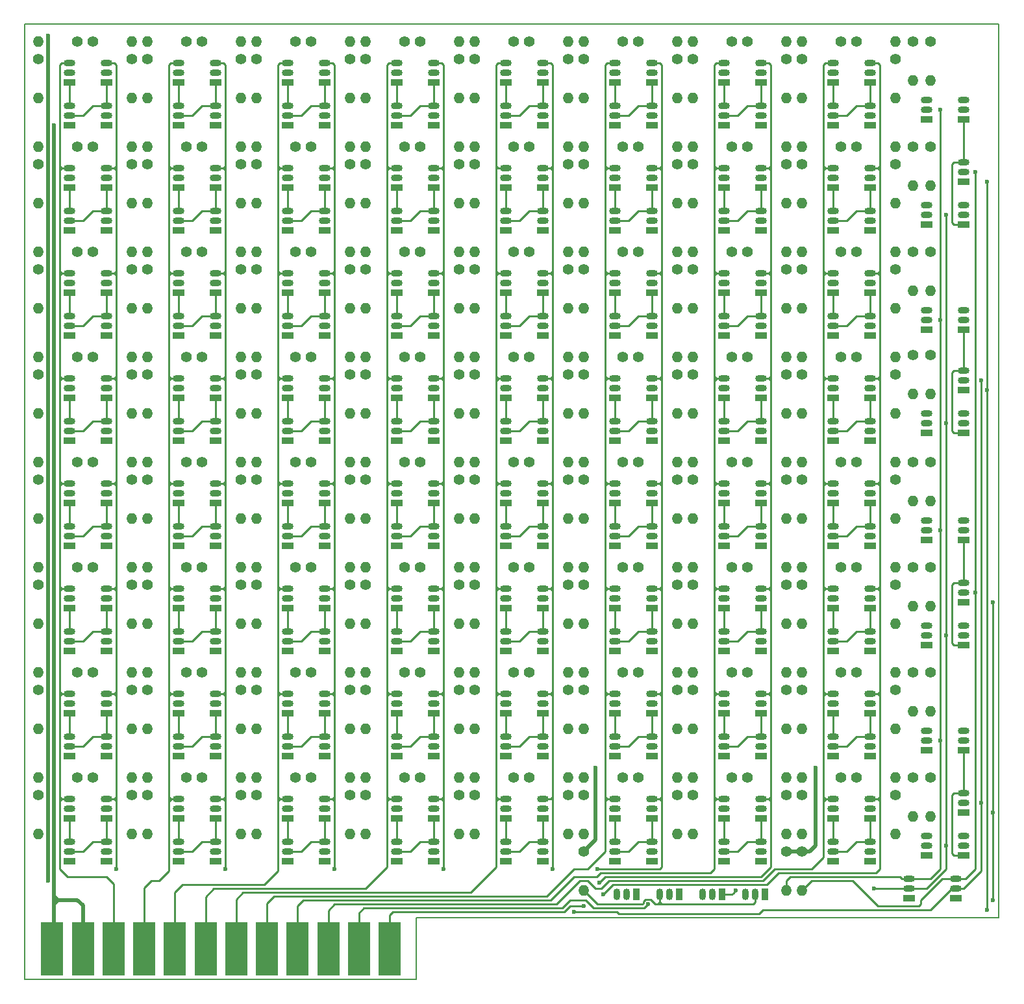
<source format=gbr>
%TF.GenerationSoftware,KiCad,Pcbnew,4.0.7-e2-6376~61~ubuntu18.04.1*%
%TF.CreationDate,2020-08-28T19:40:58+02:00*%
%TF.ProjectId,ram,72616D2E6B696361645F706362000000,rev?*%
%TF.FileFunction,Copper,L2,Bot,Signal*%
%FSLAX46Y46*%
G04 Gerber Fmt 4.6, Leading zero omitted, Abs format (unit mm)*
G04 Created by KiCad (PCBNEW 4.0.7-e2-6376~61~ubuntu18.04.1) date Fri Aug 28 19:40:58 2020*
%MOMM*%
%LPD*%
G01*
G04 APERTURE LIST*
%ADD10C,0.100000*%
%ADD11C,0.150000*%
%ADD12O,0.900000X1.500000*%
%ADD13R,0.900000X1.500000*%
%ADD14R,3.000000X7.000000*%
%ADD15O,1.500000X0.900000*%
%ADD16R,1.500000X0.900000*%
%ADD17C,1.400000*%
%ADD18O,1.400000X1.400000*%
%ADD19C,0.600000*%
%ADD20C,0.500000*%
%ADD21C,0.250000*%
G04 APERTURE END LIST*
D10*
D11*
X79756000Y-150622000D02*
X80264000Y-150622000D01*
X79756000Y-158673800D02*
X79756000Y-150622000D01*
X28702000Y-158673800D02*
X79756000Y-158673800D01*
X28702000Y-151130000D02*
X28702000Y-158673800D01*
X127000000Y-150622000D02*
X80264000Y-150622000D01*
X28702000Y-34036000D02*
X28702000Y-151130000D01*
X28956000Y-34036000D02*
X28702000Y-34036000D01*
X155702000Y-34036000D02*
X28956000Y-34036000D01*
X155702000Y-116586000D02*
X155702000Y-34036000D01*
X155702000Y-150622000D02*
X155702000Y-116586000D01*
X127000000Y-150622000D02*
X155702000Y-150622000D01*
D12*
X107188000Y-147574000D03*
X105918000Y-147574000D03*
D13*
X108458000Y-147574000D03*
D12*
X118364000Y-147574000D03*
X117094000Y-147574000D03*
D13*
X119634000Y-147574000D03*
D14*
X32258000Y-154686000D03*
X36258000Y-154686000D03*
X40258000Y-154686000D03*
X44258000Y-154686000D03*
X48258000Y-154686000D03*
X52258000Y-154686000D03*
X56258000Y-154686000D03*
X60258000Y-154686000D03*
X64258000Y-154686000D03*
X68258000Y-154686000D03*
X72258000Y-154686000D03*
X76258000Y-154686000D03*
D15*
X34544000Y-40386000D03*
X34544000Y-39116000D03*
D16*
X34544000Y-41656000D03*
D15*
X39370000Y-40386000D03*
X39370000Y-39116000D03*
D16*
X39370000Y-41656000D03*
D15*
X48768000Y-40386000D03*
X48768000Y-39116000D03*
D16*
X48768000Y-41656000D03*
D15*
X53594000Y-40386000D03*
X53594000Y-39116000D03*
D16*
X53594000Y-41656000D03*
D15*
X62992000Y-40386000D03*
X62992000Y-39116000D03*
D16*
X62992000Y-41656000D03*
D15*
X67818000Y-40386000D03*
X67818000Y-39116000D03*
D16*
X67818000Y-41656000D03*
D15*
X77216000Y-40386000D03*
X77216000Y-39116000D03*
D16*
X77216000Y-41656000D03*
D15*
X82042000Y-40386000D03*
X82042000Y-39116000D03*
D16*
X82042000Y-41656000D03*
D15*
X91440000Y-40386000D03*
X91440000Y-39116000D03*
D16*
X91440000Y-41656000D03*
D15*
X96266000Y-40386000D03*
X96266000Y-39116000D03*
D16*
X96266000Y-41656000D03*
D15*
X105664000Y-40386000D03*
X105664000Y-39116000D03*
D16*
X105664000Y-41656000D03*
D15*
X110490000Y-40386000D03*
X110490000Y-39116000D03*
D16*
X110490000Y-41656000D03*
D15*
X119888000Y-40386000D03*
X119888000Y-39116000D03*
D16*
X119888000Y-41656000D03*
D15*
X124714000Y-40386000D03*
X124714000Y-39116000D03*
D16*
X124714000Y-41656000D03*
D15*
X134112000Y-40386000D03*
X134112000Y-39116000D03*
D16*
X134112000Y-41656000D03*
D15*
X138938000Y-40386000D03*
X138938000Y-39116000D03*
D16*
X138938000Y-41656000D03*
D15*
X34544000Y-45974000D03*
X34544000Y-44704000D03*
D16*
X34544000Y-47244000D03*
D15*
X39370000Y-45974000D03*
X39370000Y-44704000D03*
D16*
X39370000Y-47244000D03*
D15*
X48768000Y-45974000D03*
X48768000Y-44704000D03*
D16*
X48768000Y-47244000D03*
D15*
X53594000Y-45974000D03*
X53594000Y-44704000D03*
D16*
X53594000Y-47244000D03*
D15*
X62992000Y-45974000D03*
X62992000Y-44704000D03*
D16*
X62992000Y-47244000D03*
D15*
X67818000Y-45974000D03*
X67818000Y-44704000D03*
D16*
X67818000Y-47244000D03*
D15*
X77216000Y-45974000D03*
X77216000Y-44704000D03*
D16*
X77216000Y-47244000D03*
D15*
X82042000Y-45974000D03*
X82042000Y-44704000D03*
D16*
X82042000Y-47244000D03*
D15*
X91440000Y-45974000D03*
X91440000Y-44704000D03*
D16*
X91440000Y-47244000D03*
D15*
X96266000Y-45974000D03*
X96266000Y-44704000D03*
D16*
X96266000Y-47244000D03*
D15*
X105664000Y-45974000D03*
X105664000Y-44704000D03*
D16*
X105664000Y-47244000D03*
D15*
X110490000Y-45974000D03*
X110490000Y-44704000D03*
D16*
X110490000Y-47244000D03*
D15*
X119888000Y-45974000D03*
X119888000Y-44704000D03*
D16*
X119888000Y-47244000D03*
D15*
X124714000Y-45974000D03*
X124714000Y-44704000D03*
D16*
X124714000Y-47244000D03*
D15*
X134112000Y-45974000D03*
X134112000Y-44704000D03*
D16*
X134112000Y-47244000D03*
D15*
X138938000Y-45974000D03*
X138938000Y-44704000D03*
D16*
X138938000Y-47244000D03*
D15*
X146304000Y-45212000D03*
X146304000Y-43942000D03*
D16*
X146304000Y-46482000D03*
D15*
X151130000Y-45212000D03*
X151130000Y-43942000D03*
D16*
X151130000Y-46482000D03*
D15*
X34544000Y-54102000D03*
X34544000Y-52832000D03*
D16*
X34544000Y-55372000D03*
D15*
X39370000Y-54102000D03*
X39370000Y-52832000D03*
D16*
X39370000Y-55372000D03*
D15*
X48768000Y-54102000D03*
X48768000Y-52832000D03*
D16*
X48768000Y-55372000D03*
D15*
X53594000Y-54102000D03*
X53594000Y-52832000D03*
D16*
X53594000Y-55372000D03*
D15*
X62992000Y-54102000D03*
X62992000Y-52832000D03*
D16*
X62992000Y-55372000D03*
D15*
X67818000Y-54102000D03*
X67818000Y-52832000D03*
D16*
X67818000Y-55372000D03*
D15*
X77216000Y-54102000D03*
X77216000Y-52832000D03*
D16*
X77216000Y-55372000D03*
D15*
X82042000Y-54102000D03*
X82042000Y-52832000D03*
D16*
X82042000Y-55372000D03*
D15*
X91440000Y-54102000D03*
X91440000Y-52832000D03*
D16*
X91440000Y-55372000D03*
D15*
X96266000Y-54102000D03*
X96266000Y-52832000D03*
D16*
X96266000Y-55372000D03*
D15*
X105664000Y-54102000D03*
X105664000Y-52832000D03*
D16*
X105664000Y-55372000D03*
D15*
X110490000Y-54102000D03*
X110490000Y-52832000D03*
D16*
X110490000Y-55372000D03*
D15*
X119888000Y-54102000D03*
X119888000Y-52832000D03*
D16*
X119888000Y-55372000D03*
D15*
X124714000Y-54102000D03*
X124714000Y-52832000D03*
D16*
X124714000Y-55372000D03*
D15*
X134112000Y-54102000D03*
X134112000Y-52832000D03*
D16*
X134112000Y-55372000D03*
D15*
X138938000Y-54102000D03*
X138938000Y-52832000D03*
D16*
X138938000Y-55372000D03*
D15*
X34544000Y-59690000D03*
X34544000Y-58420000D03*
D16*
X34544000Y-60960000D03*
D15*
X39370000Y-59690000D03*
X39370000Y-58420000D03*
D16*
X39370000Y-60960000D03*
D15*
X48768000Y-59690000D03*
X48768000Y-58420000D03*
D16*
X48768000Y-60960000D03*
D15*
X53594000Y-59690000D03*
X53594000Y-58420000D03*
D16*
X53594000Y-60960000D03*
D15*
X62992000Y-59690000D03*
X62992000Y-58420000D03*
D16*
X62992000Y-60960000D03*
D15*
X67818000Y-59690000D03*
X67818000Y-58420000D03*
D16*
X67818000Y-60960000D03*
D15*
X77216000Y-59690000D03*
X77216000Y-58420000D03*
D16*
X77216000Y-60960000D03*
D15*
X82042000Y-59690000D03*
X82042000Y-58420000D03*
D16*
X82042000Y-60960000D03*
D15*
X91440000Y-59690000D03*
X91440000Y-58420000D03*
D16*
X91440000Y-60960000D03*
D15*
X96266000Y-59690000D03*
X96266000Y-58420000D03*
D16*
X96266000Y-60960000D03*
D15*
X105664000Y-59690000D03*
X105664000Y-58420000D03*
D16*
X105664000Y-60960000D03*
D15*
X110490000Y-59690000D03*
X110490000Y-58420000D03*
D16*
X110490000Y-60960000D03*
D15*
X119888000Y-59690000D03*
X119888000Y-58420000D03*
D16*
X119888000Y-60960000D03*
D15*
X124714000Y-59690000D03*
X124714000Y-58420000D03*
D16*
X124714000Y-60960000D03*
D15*
X134112000Y-59690000D03*
X134112000Y-58420000D03*
D16*
X134112000Y-60960000D03*
D15*
X138938000Y-59690000D03*
X138938000Y-58420000D03*
D16*
X138938000Y-60960000D03*
D15*
X146304000Y-58928000D03*
X146304000Y-57658000D03*
D16*
X146304000Y-60198000D03*
D15*
X151130000Y-58928000D03*
X151130000Y-57658000D03*
D16*
X151130000Y-60198000D03*
D15*
X34544000Y-67818000D03*
X34544000Y-66548000D03*
D16*
X34544000Y-69088000D03*
D15*
X39370000Y-67818000D03*
X39370000Y-66548000D03*
D16*
X39370000Y-69088000D03*
D15*
X48768000Y-67818000D03*
X48768000Y-66548000D03*
D16*
X48768000Y-69088000D03*
D15*
X53594000Y-67818000D03*
X53594000Y-66548000D03*
D16*
X53594000Y-69088000D03*
D15*
X62992000Y-67818000D03*
X62992000Y-66548000D03*
D16*
X62992000Y-69088000D03*
D15*
X67818000Y-67818000D03*
X67818000Y-66548000D03*
D16*
X67818000Y-69088000D03*
D15*
X77216000Y-67818000D03*
X77216000Y-66548000D03*
D16*
X77216000Y-69088000D03*
D15*
X82042000Y-67818000D03*
X82042000Y-66548000D03*
D16*
X82042000Y-69088000D03*
D15*
X91440000Y-67818000D03*
X91440000Y-66548000D03*
D16*
X91440000Y-69088000D03*
D15*
X96266000Y-67818000D03*
X96266000Y-66548000D03*
D16*
X96266000Y-69088000D03*
D15*
X105664000Y-67818000D03*
X105664000Y-66548000D03*
D16*
X105664000Y-69088000D03*
D15*
X110490000Y-67818000D03*
X110490000Y-66548000D03*
D16*
X110490000Y-69088000D03*
D15*
X119888000Y-67818000D03*
X119888000Y-66548000D03*
D16*
X119888000Y-69088000D03*
D15*
X124714000Y-67818000D03*
X124714000Y-66548000D03*
D16*
X124714000Y-69088000D03*
D15*
X134112000Y-67818000D03*
X134112000Y-66548000D03*
D16*
X134112000Y-69088000D03*
D15*
X138938000Y-67818000D03*
X138938000Y-66548000D03*
D16*
X138938000Y-69088000D03*
D15*
X34544000Y-73406000D03*
X34544000Y-72136000D03*
D16*
X34544000Y-74676000D03*
D15*
X39370000Y-73406000D03*
X39370000Y-72136000D03*
D16*
X39370000Y-74676000D03*
D15*
X48768000Y-73406000D03*
X48768000Y-72136000D03*
D16*
X48768000Y-74676000D03*
D15*
X53594000Y-73406000D03*
X53594000Y-72136000D03*
D16*
X53594000Y-74676000D03*
D15*
X62992000Y-73406000D03*
X62992000Y-72136000D03*
D16*
X62992000Y-74676000D03*
D15*
X67818000Y-73406000D03*
X67818000Y-72136000D03*
D16*
X67818000Y-74676000D03*
D15*
X77216000Y-73406000D03*
X77216000Y-72136000D03*
D16*
X77216000Y-74676000D03*
D15*
X82042000Y-73406000D03*
X82042000Y-72136000D03*
D16*
X82042000Y-74676000D03*
D15*
X91440000Y-73406000D03*
X91440000Y-72136000D03*
D16*
X91440000Y-74676000D03*
D15*
X96266000Y-73406000D03*
X96266000Y-72136000D03*
D16*
X96266000Y-74676000D03*
D15*
X105664000Y-73406000D03*
X105664000Y-72136000D03*
D16*
X105664000Y-74676000D03*
D15*
X110490000Y-73406000D03*
X110490000Y-72136000D03*
D16*
X110490000Y-74676000D03*
D15*
X119888000Y-73406000D03*
X119888000Y-72136000D03*
D16*
X119888000Y-74676000D03*
D15*
X124714000Y-73406000D03*
X124714000Y-72136000D03*
D16*
X124714000Y-74676000D03*
D15*
X134112000Y-73406000D03*
X134112000Y-72136000D03*
D16*
X134112000Y-74676000D03*
D15*
X138938000Y-73406000D03*
X138938000Y-72136000D03*
D16*
X138938000Y-74676000D03*
D15*
X151130000Y-53340000D03*
X151130000Y-52070000D03*
D16*
X151130000Y-54610000D03*
D15*
X146304000Y-72644000D03*
X146304000Y-71374000D03*
D16*
X146304000Y-73914000D03*
D15*
X151130000Y-72644000D03*
X151130000Y-71374000D03*
D16*
X151130000Y-73914000D03*
D15*
X34544000Y-81534000D03*
X34544000Y-80264000D03*
D16*
X34544000Y-82804000D03*
D15*
X39370000Y-81534000D03*
X39370000Y-80264000D03*
D16*
X39370000Y-82804000D03*
D15*
X48768000Y-81534000D03*
X48768000Y-80264000D03*
D16*
X48768000Y-82804000D03*
D15*
X53594000Y-81534000D03*
X53594000Y-80264000D03*
D16*
X53594000Y-82804000D03*
D15*
X62992000Y-81534000D03*
X62992000Y-80264000D03*
D16*
X62992000Y-82804000D03*
D15*
X67818000Y-81534000D03*
X67818000Y-80264000D03*
D16*
X67818000Y-82804000D03*
D15*
X77216000Y-81534000D03*
X77216000Y-80264000D03*
D16*
X77216000Y-82804000D03*
D15*
X82042000Y-81534000D03*
X82042000Y-80264000D03*
D16*
X82042000Y-82804000D03*
D15*
X91440000Y-81534000D03*
X91440000Y-80264000D03*
D16*
X91440000Y-82804000D03*
D15*
X96266000Y-81534000D03*
X96266000Y-80264000D03*
D16*
X96266000Y-82804000D03*
D15*
X105664000Y-81534000D03*
X105664000Y-80264000D03*
D16*
X105664000Y-82804000D03*
D15*
X110490000Y-81534000D03*
X110490000Y-80264000D03*
D16*
X110490000Y-82804000D03*
D15*
X119888000Y-81534000D03*
X119888000Y-80264000D03*
D16*
X119888000Y-82804000D03*
D15*
X124714000Y-81534000D03*
X124714000Y-80264000D03*
D16*
X124714000Y-82804000D03*
D15*
X134112000Y-81534000D03*
X134112000Y-80264000D03*
D16*
X134112000Y-82804000D03*
D15*
X138938000Y-81534000D03*
X138938000Y-80264000D03*
D16*
X138938000Y-82804000D03*
D15*
X34544000Y-87122000D03*
X34544000Y-85852000D03*
D16*
X34544000Y-88392000D03*
D15*
X39370000Y-87122000D03*
X39370000Y-85852000D03*
D16*
X39370000Y-88392000D03*
D15*
X48768000Y-87122000D03*
X48768000Y-85852000D03*
D16*
X48768000Y-88392000D03*
D15*
X53594000Y-87122000D03*
X53594000Y-85852000D03*
D16*
X53594000Y-88392000D03*
D15*
X62992000Y-87122000D03*
X62992000Y-85852000D03*
D16*
X62992000Y-88392000D03*
D15*
X67818000Y-87122000D03*
X67818000Y-85852000D03*
D16*
X67818000Y-88392000D03*
D15*
X77216000Y-87122000D03*
X77216000Y-85852000D03*
D16*
X77216000Y-88392000D03*
D15*
X82042000Y-87122000D03*
X82042000Y-85852000D03*
D16*
X82042000Y-88392000D03*
D15*
X91440000Y-87122000D03*
X91440000Y-85852000D03*
D16*
X91440000Y-88392000D03*
D15*
X96266000Y-87122000D03*
X96266000Y-85852000D03*
D16*
X96266000Y-88392000D03*
D15*
X105664000Y-87122000D03*
X105664000Y-85852000D03*
D16*
X105664000Y-88392000D03*
D15*
X110490000Y-87122000D03*
X110490000Y-85852000D03*
D16*
X110490000Y-88392000D03*
D15*
X119888000Y-87122000D03*
X119888000Y-85852000D03*
D16*
X119888000Y-88392000D03*
D15*
X124714000Y-87122000D03*
X124714000Y-85852000D03*
D16*
X124714000Y-88392000D03*
D15*
X134112000Y-87122000D03*
X134112000Y-85852000D03*
D16*
X134112000Y-88392000D03*
D15*
X138938000Y-87122000D03*
X138938000Y-85852000D03*
D16*
X138938000Y-88392000D03*
D15*
X146304000Y-86106000D03*
X146304000Y-84836000D03*
D16*
X146304000Y-87376000D03*
D15*
X151130000Y-86106000D03*
X151130000Y-84836000D03*
D16*
X151130000Y-87376000D03*
D15*
X34544000Y-95250000D03*
X34544000Y-93980000D03*
D16*
X34544000Y-96520000D03*
D15*
X39370000Y-95250000D03*
X39370000Y-93980000D03*
D16*
X39370000Y-96520000D03*
D15*
X48768000Y-95250000D03*
X48768000Y-93980000D03*
D16*
X48768000Y-96520000D03*
D15*
X53594000Y-95250000D03*
X53594000Y-93980000D03*
D16*
X53594000Y-96520000D03*
D15*
X62992000Y-95250000D03*
X62992000Y-93980000D03*
D16*
X62992000Y-96520000D03*
D15*
X67818000Y-95250000D03*
X67818000Y-93980000D03*
D16*
X67818000Y-96520000D03*
D15*
X77216000Y-95250000D03*
X77216000Y-93980000D03*
D16*
X77216000Y-96520000D03*
D15*
X82042000Y-95250000D03*
X82042000Y-93980000D03*
D16*
X82042000Y-96520000D03*
D15*
X91440000Y-95250000D03*
X91440000Y-93980000D03*
D16*
X91440000Y-96520000D03*
D15*
X96266000Y-95250000D03*
X96266000Y-93980000D03*
D16*
X96266000Y-96520000D03*
D15*
X105664000Y-95250000D03*
X105664000Y-93980000D03*
D16*
X105664000Y-96520000D03*
D15*
X110490000Y-95250000D03*
X110490000Y-93980000D03*
D16*
X110490000Y-96520000D03*
D15*
X119888000Y-95250000D03*
X119888000Y-93980000D03*
D16*
X119888000Y-96520000D03*
D15*
X124714000Y-95250000D03*
X124714000Y-93980000D03*
D16*
X124714000Y-96520000D03*
D15*
X134112000Y-95250000D03*
X134112000Y-93980000D03*
D16*
X134112000Y-96520000D03*
D15*
X138938000Y-95250000D03*
X138938000Y-93980000D03*
D16*
X138938000Y-96520000D03*
D15*
X34544000Y-100838000D03*
X34544000Y-99568000D03*
D16*
X34544000Y-102108000D03*
D15*
X39370000Y-100838000D03*
X39370000Y-99568000D03*
D16*
X39370000Y-102108000D03*
D15*
X48768000Y-100838000D03*
X48768000Y-99568000D03*
D16*
X48768000Y-102108000D03*
D15*
X53594000Y-100838000D03*
X53594000Y-99568000D03*
D16*
X53594000Y-102108000D03*
D15*
X62992000Y-100838000D03*
X62992000Y-99568000D03*
D16*
X62992000Y-102108000D03*
D15*
X67818000Y-100838000D03*
X67818000Y-99568000D03*
D16*
X67818000Y-102108000D03*
D15*
X77216000Y-100838000D03*
X77216000Y-99568000D03*
D16*
X77216000Y-102108000D03*
D15*
X82042000Y-100838000D03*
X82042000Y-99568000D03*
D16*
X82042000Y-102108000D03*
D15*
X91440000Y-100838000D03*
X91440000Y-99568000D03*
D16*
X91440000Y-102108000D03*
D15*
X96266000Y-100838000D03*
X96266000Y-99568000D03*
D16*
X96266000Y-102108000D03*
D15*
X105664000Y-100838000D03*
X105664000Y-99568000D03*
D16*
X105664000Y-102108000D03*
D15*
X110490000Y-100838000D03*
X110490000Y-99568000D03*
D16*
X110490000Y-102108000D03*
D15*
X119888000Y-100838000D03*
X119888000Y-99568000D03*
D16*
X119888000Y-102108000D03*
D15*
X124714000Y-100838000D03*
X124714000Y-99568000D03*
D16*
X124714000Y-102108000D03*
D15*
X134112000Y-100838000D03*
X134112000Y-99568000D03*
D16*
X134112000Y-102108000D03*
D15*
X138938000Y-100838000D03*
X138938000Y-99568000D03*
D16*
X138938000Y-102108000D03*
D15*
X151130000Y-80518000D03*
X151130000Y-79248000D03*
D16*
X151130000Y-81788000D03*
D12*
X123952000Y-147574000D03*
X122682000Y-147574000D03*
D13*
X125222000Y-147574000D03*
D15*
X146304000Y-100076000D03*
X146304000Y-98806000D03*
D16*
X146304000Y-101346000D03*
D15*
X151130000Y-100076000D03*
X151130000Y-98806000D03*
D16*
X151130000Y-101346000D03*
D15*
X34544000Y-108966000D03*
X34544000Y-107696000D03*
D16*
X34544000Y-110236000D03*
D15*
X39370000Y-108966000D03*
X39370000Y-107696000D03*
D16*
X39370000Y-110236000D03*
D15*
X48768000Y-108966000D03*
X48768000Y-107696000D03*
D16*
X48768000Y-110236000D03*
D15*
X53594000Y-108966000D03*
X53594000Y-107696000D03*
D16*
X53594000Y-110236000D03*
D15*
X62992000Y-108966000D03*
X62992000Y-107696000D03*
D16*
X62992000Y-110236000D03*
D15*
X67818000Y-108966000D03*
X67818000Y-107696000D03*
D16*
X67818000Y-110236000D03*
D15*
X77216000Y-108966000D03*
X77216000Y-107696000D03*
D16*
X77216000Y-110236000D03*
D15*
X82042000Y-108966000D03*
X82042000Y-107696000D03*
D16*
X82042000Y-110236000D03*
D15*
X91440000Y-108966000D03*
X91440000Y-107696000D03*
D16*
X91440000Y-110236000D03*
D15*
X96266000Y-108966000D03*
X96266000Y-107696000D03*
D16*
X96266000Y-110236000D03*
D15*
X105664000Y-108966000D03*
X105664000Y-107696000D03*
D16*
X105664000Y-110236000D03*
D15*
X110490000Y-108966000D03*
X110490000Y-107696000D03*
D16*
X110490000Y-110236000D03*
D15*
X119888000Y-108966000D03*
X119888000Y-107696000D03*
D16*
X119888000Y-110236000D03*
D15*
X124714000Y-108966000D03*
X124714000Y-107696000D03*
D16*
X124714000Y-110236000D03*
D15*
X134112000Y-108966000D03*
X134112000Y-107696000D03*
D16*
X134112000Y-110236000D03*
D15*
X138938000Y-108966000D03*
X138938000Y-107696000D03*
D16*
X138938000Y-110236000D03*
D15*
X34544000Y-114554000D03*
X34544000Y-113284000D03*
D16*
X34544000Y-115824000D03*
D15*
X39370000Y-114554000D03*
X39370000Y-113284000D03*
D16*
X39370000Y-115824000D03*
D15*
X48768000Y-114554000D03*
X48768000Y-113284000D03*
D16*
X48768000Y-115824000D03*
D15*
X53594000Y-114554000D03*
X53594000Y-113284000D03*
D16*
X53594000Y-115824000D03*
D15*
X62992000Y-114554000D03*
X62992000Y-113284000D03*
D16*
X62992000Y-115824000D03*
D15*
X67818000Y-114554000D03*
X67818000Y-113284000D03*
D16*
X67818000Y-115824000D03*
D15*
X77216000Y-114554000D03*
X77216000Y-113284000D03*
D16*
X77216000Y-115824000D03*
D15*
X82042000Y-114554000D03*
X82042000Y-113284000D03*
D16*
X82042000Y-115824000D03*
D15*
X91440000Y-114554000D03*
X91440000Y-113284000D03*
D16*
X91440000Y-115824000D03*
D15*
X96266000Y-114554000D03*
X96266000Y-113284000D03*
D16*
X96266000Y-115824000D03*
D15*
X105664000Y-114554000D03*
X105664000Y-113284000D03*
D16*
X105664000Y-115824000D03*
D15*
X110490000Y-114554000D03*
X110490000Y-113284000D03*
D16*
X110490000Y-115824000D03*
D15*
X119888000Y-114554000D03*
X119888000Y-113284000D03*
D16*
X119888000Y-115824000D03*
D15*
X124714000Y-114554000D03*
X124714000Y-113284000D03*
D16*
X124714000Y-115824000D03*
D15*
X134112000Y-114554000D03*
X134112000Y-113284000D03*
D16*
X134112000Y-115824000D03*
D15*
X138938000Y-114554000D03*
X138938000Y-113284000D03*
D16*
X138938000Y-115824000D03*
D15*
X146304000Y-113792000D03*
X146304000Y-112522000D03*
D16*
X146304000Y-115062000D03*
D15*
X151130000Y-113792000D03*
X151130000Y-112522000D03*
D16*
X151130000Y-115062000D03*
D15*
X34544000Y-122682000D03*
X34544000Y-121412000D03*
D16*
X34544000Y-123952000D03*
D15*
X39370000Y-122682000D03*
X39370000Y-121412000D03*
D16*
X39370000Y-123952000D03*
D15*
X48768000Y-122682000D03*
X48768000Y-121412000D03*
D16*
X48768000Y-123952000D03*
D15*
X53594000Y-122682000D03*
X53594000Y-121412000D03*
D16*
X53594000Y-123952000D03*
D15*
X62992000Y-122682000D03*
X62992000Y-121412000D03*
D16*
X62992000Y-123952000D03*
D15*
X67818000Y-122682000D03*
X67818000Y-121412000D03*
D16*
X67818000Y-123952000D03*
D15*
X77216000Y-122682000D03*
X77216000Y-121412000D03*
D16*
X77216000Y-123952000D03*
D15*
X82042000Y-122682000D03*
X82042000Y-121412000D03*
D16*
X82042000Y-123952000D03*
D15*
X91440000Y-122682000D03*
X91440000Y-121412000D03*
D16*
X91440000Y-123952000D03*
D15*
X96266000Y-122682000D03*
X96266000Y-121412000D03*
D16*
X96266000Y-123952000D03*
D15*
X105664000Y-122682000D03*
X105664000Y-121412000D03*
D16*
X105664000Y-123952000D03*
D15*
X110490000Y-122682000D03*
X110490000Y-121412000D03*
D16*
X110490000Y-123952000D03*
D15*
X119888000Y-122682000D03*
X119888000Y-121412000D03*
D16*
X119888000Y-123952000D03*
D15*
X124714000Y-122682000D03*
X124714000Y-121412000D03*
D16*
X124714000Y-123952000D03*
D15*
X134112000Y-122682000D03*
X134112000Y-121412000D03*
D16*
X134112000Y-123952000D03*
D15*
X138938000Y-122682000D03*
X138938000Y-121412000D03*
D16*
X138938000Y-123952000D03*
D15*
X34544000Y-128270000D03*
X34544000Y-127000000D03*
D16*
X34544000Y-129540000D03*
D15*
X39370000Y-128270000D03*
X39370000Y-127000000D03*
D16*
X39370000Y-129540000D03*
D15*
X48768000Y-128270000D03*
X48768000Y-127000000D03*
D16*
X48768000Y-129540000D03*
D15*
X53594000Y-128270000D03*
X53594000Y-127000000D03*
D16*
X53594000Y-129540000D03*
D15*
X62992000Y-128270000D03*
X62992000Y-127000000D03*
D16*
X62992000Y-129540000D03*
D15*
X67818000Y-128270000D03*
X67818000Y-127000000D03*
D16*
X67818000Y-129540000D03*
D15*
X77216000Y-128270000D03*
X77216000Y-127000000D03*
D16*
X77216000Y-129540000D03*
D15*
X82042000Y-128270000D03*
X82042000Y-127000000D03*
D16*
X82042000Y-129540000D03*
D15*
X91440000Y-128270000D03*
X91440000Y-127000000D03*
D16*
X91440000Y-129540000D03*
D15*
X96266000Y-128270000D03*
X96266000Y-127000000D03*
D16*
X96266000Y-129540000D03*
D15*
X105664000Y-128270000D03*
X105664000Y-127000000D03*
D16*
X105664000Y-129540000D03*
D15*
X110490000Y-128270000D03*
X110490000Y-127000000D03*
D16*
X110490000Y-129540000D03*
D15*
X119888000Y-128270000D03*
X119888000Y-127000000D03*
D16*
X119888000Y-129540000D03*
D15*
X124714000Y-128270000D03*
X124714000Y-127000000D03*
D16*
X124714000Y-129540000D03*
D15*
X134112000Y-128270000D03*
X134112000Y-127000000D03*
D16*
X134112000Y-129540000D03*
D15*
X138938000Y-128270000D03*
X138938000Y-127000000D03*
D16*
X138938000Y-129540000D03*
D15*
X151130000Y-108204000D03*
X151130000Y-106934000D03*
D16*
X151130000Y-109474000D03*
D15*
X146304000Y-127508000D03*
X146304000Y-126238000D03*
D16*
X146304000Y-128778000D03*
D15*
X151130000Y-127508000D03*
X151130000Y-126238000D03*
D16*
X151130000Y-128778000D03*
D15*
X34544000Y-136398000D03*
X34544000Y-135128000D03*
D16*
X34544000Y-137668000D03*
D15*
X39370000Y-136398000D03*
X39370000Y-135128000D03*
D16*
X39370000Y-137668000D03*
D15*
X48768000Y-136398000D03*
X48768000Y-135128000D03*
D16*
X48768000Y-137668000D03*
D15*
X53594000Y-136398000D03*
X53594000Y-135128000D03*
D16*
X53594000Y-137668000D03*
D15*
X62992000Y-136398000D03*
X62992000Y-135128000D03*
D16*
X62992000Y-137668000D03*
D15*
X67818000Y-136398000D03*
X67818000Y-135128000D03*
D16*
X67818000Y-137668000D03*
D15*
X77216000Y-136398000D03*
X77216000Y-135128000D03*
D16*
X77216000Y-137668000D03*
D15*
X82042000Y-136398000D03*
X82042000Y-135128000D03*
D16*
X82042000Y-137668000D03*
D15*
X91440000Y-136398000D03*
X91440000Y-135128000D03*
D16*
X91440000Y-137668000D03*
D15*
X96266000Y-136398000D03*
X96266000Y-135128000D03*
D16*
X96266000Y-137668000D03*
D15*
X105664000Y-136398000D03*
X105664000Y-135128000D03*
D16*
X105664000Y-137668000D03*
D15*
X110490000Y-136398000D03*
X110490000Y-135128000D03*
D16*
X110490000Y-137668000D03*
D15*
X119888000Y-136398000D03*
X119888000Y-135128000D03*
D16*
X119888000Y-137668000D03*
D15*
X124714000Y-136398000D03*
X124714000Y-135128000D03*
D16*
X124714000Y-137668000D03*
D15*
X134112000Y-136398000D03*
X134112000Y-135128000D03*
D16*
X134112000Y-137668000D03*
D15*
X138938000Y-136398000D03*
X138938000Y-135128000D03*
D16*
X138938000Y-137668000D03*
D15*
X34544000Y-141986000D03*
X34544000Y-140716000D03*
D16*
X34544000Y-143256000D03*
D15*
X39370000Y-141986000D03*
X39370000Y-140716000D03*
D16*
X39370000Y-143256000D03*
D15*
X48768000Y-141986000D03*
X48768000Y-140716000D03*
D16*
X48768000Y-143256000D03*
D15*
X53594000Y-141986000D03*
X53594000Y-140716000D03*
D16*
X53594000Y-143256000D03*
D15*
X62992000Y-141986000D03*
X62992000Y-140716000D03*
D16*
X62992000Y-143256000D03*
D15*
X67818000Y-141986000D03*
X67818000Y-140716000D03*
D16*
X67818000Y-143256000D03*
D15*
X77216000Y-141986000D03*
X77216000Y-140716000D03*
D16*
X77216000Y-143256000D03*
D15*
X82042000Y-141986000D03*
X82042000Y-140716000D03*
D16*
X82042000Y-143256000D03*
D15*
X91440000Y-141986000D03*
X91440000Y-140716000D03*
D16*
X91440000Y-143256000D03*
D15*
X96266000Y-141986000D03*
X96266000Y-140716000D03*
D16*
X96266000Y-143256000D03*
D15*
X105664000Y-141986000D03*
X105664000Y-140716000D03*
D16*
X105664000Y-143256000D03*
D15*
X110490000Y-141986000D03*
X110490000Y-140716000D03*
D16*
X110490000Y-143256000D03*
D15*
X119888000Y-141986000D03*
X119888000Y-140716000D03*
D16*
X119888000Y-143256000D03*
D15*
X124714000Y-141986000D03*
X124714000Y-140716000D03*
D16*
X124714000Y-143256000D03*
D15*
X134112000Y-141986000D03*
X134112000Y-140716000D03*
D16*
X134112000Y-143256000D03*
D15*
X138938000Y-141986000D03*
X138938000Y-140716000D03*
D16*
X138938000Y-143256000D03*
D15*
X146304000Y-141224000D03*
X146304000Y-139954000D03*
D16*
X146304000Y-142494000D03*
D15*
X151130000Y-141224000D03*
X151130000Y-139954000D03*
D16*
X151130000Y-142494000D03*
D15*
X151130000Y-135636000D03*
X151130000Y-134366000D03*
D16*
X151130000Y-136906000D03*
D15*
X144018000Y-146812000D03*
X144018000Y-145542000D03*
D16*
X144018000Y-148082000D03*
D15*
X150114000Y-146812000D03*
X150114000Y-145542000D03*
D16*
X150114000Y-148082000D03*
D12*
X112776000Y-147574000D03*
X111506000Y-147574000D03*
D13*
X114046000Y-147574000D03*
D17*
X35560000Y-36322000D03*
D18*
X30480000Y-36322000D03*
D17*
X37592000Y-36322000D03*
D18*
X42672000Y-36322000D03*
D17*
X49784000Y-36322000D03*
D18*
X44704000Y-36322000D03*
D17*
X51816000Y-36322000D03*
D18*
X56896000Y-36322000D03*
D17*
X64008000Y-36322000D03*
D18*
X58928000Y-36322000D03*
D17*
X66040000Y-36322000D03*
D18*
X71120000Y-36322000D03*
D17*
X78232000Y-36322000D03*
D18*
X73152000Y-36322000D03*
D17*
X80264000Y-36322000D03*
D18*
X85344000Y-36322000D03*
D17*
X92456000Y-36322000D03*
D18*
X87376000Y-36322000D03*
D17*
X94488000Y-36322000D03*
D18*
X99568000Y-36322000D03*
D17*
X106680000Y-36322000D03*
D18*
X101600000Y-36322000D03*
D17*
X108712000Y-36322000D03*
D18*
X113792000Y-36322000D03*
D17*
X120904000Y-36322000D03*
D18*
X115824000Y-36322000D03*
D17*
X122936000Y-36322000D03*
D18*
X128016000Y-36322000D03*
D17*
X135128000Y-36322000D03*
D18*
X130048000Y-36322000D03*
D17*
X137160000Y-36322000D03*
D18*
X142240000Y-36322000D03*
D17*
X30480000Y-38608000D03*
D18*
X30480000Y-43688000D03*
D17*
X42672000Y-38608000D03*
D18*
X42672000Y-43688000D03*
D17*
X44704000Y-38608000D03*
D18*
X44704000Y-43688000D03*
D17*
X56896000Y-38608000D03*
D18*
X56896000Y-43688000D03*
D17*
X58928000Y-38608000D03*
D18*
X58928000Y-43688000D03*
D17*
X71120000Y-38608000D03*
D18*
X71120000Y-43688000D03*
D17*
X73152000Y-38608000D03*
D18*
X73152000Y-43688000D03*
D17*
X85344000Y-38608000D03*
D18*
X85344000Y-43688000D03*
D17*
X87376000Y-38608000D03*
D18*
X87376000Y-43688000D03*
D17*
X99568000Y-38608000D03*
D18*
X99568000Y-43688000D03*
D17*
X101600000Y-38608000D03*
D18*
X101600000Y-43688000D03*
D17*
X113792000Y-38608000D03*
D18*
X113792000Y-43688000D03*
D17*
X115824000Y-38608000D03*
D18*
X115824000Y-43688000D03*
D17*
X128016000Y-38608000D03*
D18*
X128016000Y-43688000D03*
D17*
X130048000Y-38608000D03*
D18*
X130048000Y-43688000D03*
D17*
X142240000Y-38608000D03*
D18*
X142240000Y-43688000D03*
D17*
X144526000Y-36322000D03*
D18*
X144526000Y-41402000D03*
D17*
X146812000Y-36322000D03*
D18*
X146812000Y-41402000D03*
D17*
X35560000Y-50038000D03*
D18*
X30480000Y-50038000D03*
D17*
X37592000Y-50038000D03*
D18*
X42672000Y-50038000D03*
D17*
X49784000Y-50038000D03*
D18*
X44704000Y-50038000D03*
D17*
X51816000Y-50038000D03*
D18*
X56896000Y-50038000D03*
D17*
X64008000Y-50038000D03*
D18*
X58928000Y-50038000D03*
D17*
X66040000Y-50038000D03*
D18*
X71120000Y-50038000D03*
D17*
X78232000Y-50038000D03*
D18*
X73152000Y-50038000D03*
D17*
X80264000Y-50038000D03*
D18*
X85344000Y-50038000D03*
D17*
X92456000Y-50038000D03*
D18*
X87376000Y-50038000D03*
D17*
X94488000Y-50038000D03*
D18*
X99568000Y-50038000D03*
D17*
X106680000Y-50038000D03*
D18*
X101600000Y-50038000D03*
D17*
X108712000Y-50038000D03*
D18*
X113792000Y-50038000D03*
D17*
X120904000Y-50038000D03*
D18*
X115824000Y-50038000D03*
D17*
X122936000Y-50038000D03*
D18*
X128016000Y-50038000D03*
D17*
X135128000Y-50038000D03*
D18*
X130048000Y-50038000D03*
D17*
X137160000Y-50038000D03*
D18*
X142240000Y-50038000D03*
D17*
X30480000Y-52324000D03*
D18*
X30480000Y-57404000D03*
D17*
X42672000Y-52324000D03*
D18*
X42672000Y-57404000D03*
D17*
X44704000Y-52324000D03*
D18*
X44704000Y-57404000D03*
D17*
X56896000Y-52324000D03*
D18*
X56896000Y-57404000D03*
D17*
X58928000Y-52324000D03*
D18*
X58928000Y-57404000D03*
D17*
X71120000Y-52324000D03*
D18*
X71120000Y-57404000D03*
D17*
X73152000Y-52324000D03*
D18*
X73152000Y-57404000D03*
D17*
X85344000Y-52324000D03*
D18*
X85344000Y-57404000D03*
D17*
X87376000Y-52324000D03*
D18*
X87376000Y-57404000D03*
D17*
X99568000Y-52324000D03*
D18*
X99568000Y-57404000D03*
D17*
X101600000Y-52324000D03*
D18*
X101600000Y-57404000D03*
D17*
X113792000Y-52324000D03*
D18*
X113792000Y-57404000D03*
D17*
X115824000Y-52324000D03*
D18*
X115824000Y-57404000D03*
D17*
X128016000Y-52324000D03*
D18*
X128016000Y-57404000D03*
D17*
X130048000Y-52324000D03*
D18*
X130048000Y-57404000D03*
D17*
X142240000Y-52324000D03*
D18*
X142240000Y-57404000D03*
D17*
X144526000Y-50038000D03*
D18*
X144526000Y-55118000D03*
D17*
X146812000Y-50038000D03*
D18*
X146812000Y-55118000D03*
D17*
X35560000Y-63754000D03*
D18*
X30480000Y-63754000D03*
D17*
X37592000Y-63754000D03*
D18*
X42672000Y-63754000D03*
D17*
X49784000Y-63754000D03*
D18*
X44704000Y-63754000D03*
D17*
X51816000Y-63754000D03*
D18*
X56896000Y-63754000D03*
D17*
X64008000Y-63754000D03*
D18*
X58928000Y-63754000D03*
D17*
X66040000Y-63754000D03*
D18*
X71120000Y-63754000D03*
D17*
X78232000Y-63754000D03*
D18*
X73152000Y-63754000D03*
D17*
X80264000Y-63754000D03*
D18*
X85344000Y-63754000D03*
D17*
X92456000Y-63754000D03*
D18*
X87376000Y-63754000D03*
D17*
X94488000Y-63754000D03*
D18*
X99568000Y-63754000D03*
D17*
X106680000Y-63754000D03*
D18*
X101600000Y-63754000D03*
D17*
X108712000Y-63754000D03*
D18*
X113792000Y-63754000D03*
D17*
X120904000Y-63754000D03*
D18*
X115824000Y-63754000D03*
D17*
X122936000Y-63754000D03*
D18*
X128016000Y-63754000D03*
D17*
X135128000Y-63754000D03*
D18*
X130048000Y-63754000D03*
D17*
X137160000Y-63754000D03*
D18*
X142240000Y-63754000D03*
D17*
X30480000Y-66040000D03*
D18*
X30480000Y-71120000D03*
D17*
X42672000Y-66040000D03*
D18*
X42672000Y-71120000D03*
D17*
X44704000Y-66040000D03*
D18*
X44704000Y-71120000D03*
D17*
X56896000Y-66040000D03*
D18*
X56896000Y-71120000D03*
D17*
X58928000Y-66040000D03*
D18*
X58928000Y-71120000D03*
D17*
X71120000Y-66040000D03*
D18*
X71120000Y-71120000D03*
D17*
X73152000Y-66040000D03*
D18*
X73152000Y-71120000D03*
D17*
X85344000Y-66040000D03*
D18*
X85344000Y-71120000D03*
D17*
X87376000Y-66040000D03*
D18*
X87376000Y-71120000D03*
D17*
X99568000Y-66040000D03*
D18*
X99568000Y-71120000D03*
D17*
X101600000Y-66040000D03*
D18*
X101600000Y-71120000D03*
D17*
X113792000Y-66040000D03*
D18*
X113792000Y-71120000D03*
D17*
X115824000Y-66040000D03*
D18*
X115824000Y-71120000D03*
D17*
X128016000Y-66040000D03*
D18*
X128016000Y-71120000D03*
D17*
X130048000Y-66040000D03*
D18*
X130048000Y-71120000D03*
D17*
X142240000Y-66040000D03*
D18*
X142240000Y-71120000D03*
D17*
X144526000Y-63754000D03*
D18*
X144526000Y-68834000D03*
D17*
X146812000Y-63754000D03*
D18*
X146812000Y-68834000D03*
D17*
X35560000Y-77470000D03*
D18*
X30480000Y-77470000D03*
D17*
X37592000Y-77470000D03*
D18*
X42672000Y-77470000D03*
D17*
X49784000Y-77470000D03*
D18*
X44704000Y-77470000D03*
D17*
X51816000Y-77470000D03*
D18*
X56896000Y-77470000D03*
D17*
X64008000Y-77470000D03*
D18*
X58928000Y-77470000D03*
D17*
X66040000Y-77470000D03*
D18*
X71120000Y-77470000D03*
D17*
X78232000Y-77470000D03*
D18*
X73152000Y-77470000D03*
D17*
X80264000Y-77470000D03*
D18*
X85344000Y-77470000D03*
D17*
X92456000Y-77470000D03*
D18*
X87376000Y-77470000D03*
D17*
X94488000Y-77470000D03*
D18*
X99568000Y-77470000D03*
D17*
X106680000Y-77470000D03*
D18*
X101600000Y-77470000D03*
D17*
X108712000Y-77470000D03*
D18*
X113792000Y-77470000D03*
D17*
X120904000Y-77470000D03*
D18*
X115824000Y-77470000D03*
D17*
X122936000Y-77470000D03*
D18*
X128016000Y-77470000D03*
D17*
X135128000Y-77470000D03*
D18*
X130048000Y-77470000D03*
D17*
X137160000Y-77470000D03*
D18*
X142240000Y-77470000D03*
D17*
X30480000Y-79756000D03*
D18*
X30480000Y-84836000D03*
D17*
X42672000Y-79756000D03*
D18*
X42672000Y-84836000D03*
D17*
X44704000Y-79756000D03*
D18*
X44704000Y-84836000D03*
D17*
X56896000Y-79756000D03*
D18*
X56896000Y-84836000D03*
D17*
X58928000Y-79756000D03*
D18*
X58928000Y-84836000D03*
D17*
X71120000Y-79756000D03*
D18*
X71120000Y-84836000D03*
D17*
X73152000Y-79756000D03*
D18*
X73152000Y-84836000D03*
D17*
X85344000Y-79756000D03*
D18*
X85344000Y-84836000D03*
D17*
X87376000Y-79756000D03*
D18*
X87376000Y-84836000D03*
D17*
X99568000Y-79756000D03*
D18*
X99568000Y-84836000D03*
D17*
X101600000Y-79756000D03*
D18*
X101600000Y-84836000D03*
D17*
X113792000Y-79756000D03*
D18*
X113792000Y-84836000D03*
D17*
X115824000Y-79756000D03*
D18*
X115824000Y-84836000D03*
D17*
X128016000Y-79756000D03*
D18*
X128016000Y-84836000D03*
D17*
X130048000Y-79756000D03*
D18*
X130048000Y-84836000D03*
D17*
X142240000Y-79756000D03*
D18*
X142240000Y-84836000D03*
D17*
X144526000Y-77216000D03*
D18*
X144526000Y-82296000D03*
D17*
X146812000Y-77216000D03*
D18*
X146812000Y-82296000D03*
D17*
X35560000Y-91186000D03*
D18*
X30480000Y-91186000D03*
D17*
X37592000Y-91186000D03*
D18*
X42672000Y-91186000D03*
D17*
X49784000Y-91186000D03*
D18*
X44704000Y-91186000D03*
D17*
X51816000Y-91186000D03*
D18*
X56896000Y-91186000D03*
D17*
X64008000Y-91186000D03*
D18*
X58928000Y-91186000D03*
D17*
X66040000Y-91186000D03*
D18*
X71120000Y-91186000D03*
D17*
X78232000Y-91186000D03*
D18*
X73152000Y-91186000D03*
D17*
X80264000Y-91186000D03*
D18*
X85344000Y-91186000D03*
D17*
X92456000Y-91186000D03*
D18*
X87376000Y-91186000D03*
D17*
X94488000Y-91186000D03*
D18*
X99568000Y-91186000D03*
D17*
X106680000Y-91186000D03*
D18*
X101600000Y-91186000D03*
D17*
X108712000Y-91186000D03*
D18*
X113792000Y-91186000D03*
D17*
X120904000Y-91186000D03*
D18*
X115824000Y-91186000D03*
D17*
X122936000Y-91186000D03*
D18*
X128016000Y-91186000D03*
D17*
X135128000Y-91186000D03*
D18*
X130048000Y-91186000D03*
D17*
X137160000Y-91186000D03*
D18*
X142240000Y-91186000D03*
D17*
X30480000Y-93472000D03*
D18*
X30480000Y-98552000D03*
D17*
X42672000Y-93472000D03*
D18*
X42672000Y-98552000D03*
D17*
X44704000Y-93472000D03*
D18*
X44704000Y-98552000D03*
D17*
X56896000Y-93472000D03*
D18*
X56896000Y-98552000D03*
D17*
X58928000Y-93472000D03*
D18*
X58928000Y-98552000D03*
D17*
X71120000Y-93472000D03*
D18*
X71120000Y-98552000D03*
D17*
X73152000Y-93472000D03*
D18*
X73152000Y-98552000D03*
D17*
X85344000Y-93472000D03*
D18*
X85344000Y-98552000D03*
D17*
X87376000Y-93472000D03*
D18*
X87376000Y-98552000D03*
D17*
X99568000Y-93472000D03*
D18*
X99568000Y-98552000D03*
D17*
X101600000Y-93472000D03*
D18*
X101600000Y-98552000D03*
D17*
X113792000Y-93472000D03*
D18*
X113792000Y-98552000D03*
D17*
X115824000Y-93472000D03*
D18*
X115824000Y-98552000D03*
D17*
X128016000Y-93472000D03*
D18*
X128016000Y-98552000D03*
D17*
X130048000Y-93472000D03*
D18*
X130048000Y-98552000D03*
D17*
X142240000Y-93472000D03*
D18*
X142240000Y-98552000D03*
D17*
X144526000Y-91186000D03*
D18*
X144526000Y-96266000D03*
D17*
X146812000Y-91186000D03*
D18*
X146812000Y-96266000D03*
D17*
X35560000Y-104902000D03*
D18*
X30480000Y-104902000D03*
D17*
X37592000Y-104902000D03*
D18*
X42672000Y-104902000D03*
D17*
X49784000Y-104902000D03*
D18*
X44704000Y-104902000D03*
D17*
X51816000Y-104902000D03*
D18*
X56896000Y-104902000D03*
D17*
X64008000Y-104902000D03*
D18*
X58928000Y-104902000D03*
D17*
X66040000Y-104902000D03*
D18*
X71120000Y-104902000D03*
D17*
X78232000Y-104902000D03*
D18*
X73152000Y-104902000D03*
D17*
X80264000Y-104902000D03*
D18*
X85344000Y-104902000D03*
D17*
X92456000Y-104902000D03*
D18*
X87376000Y-104902000D03*
D17*
X94488000Y-104902000D03*
D18*
X99568000Y-104902000D03*
D17*
X106680000Y-104902000D03*
D18*
X101600000Y-104902000D03*
D17*
X108712000Y-104902000D03*
D18*
X113792000Y-104902000D03*
D17*
X120904000Y-104902000D03*
D18*
X115824000Y-104902000D03*
D17*
X122936000Y-104902000D03*
D18*
X128016000Y-104902000D03*
D17*
X135128000Y-104902000D03*
D18*
X130048000Y-104902000D03*
D17*
X137160000Y-104902000D03*
D18*
X142240000Y-104902000D03*
D17*
X30480000Y-107188000D03*
D18*
X30480000Y-112268000D03*
D17*
X42672000Y-107188000D03*
D18*
X42672000Y-112268000D03*
D17*
X44704000Y-107188000D03*
D18*
X44704000Y-112268000D03*
D17*
X56896000Y-107188000D03*
D18*
X56896000Y-112268000D03*
D17*
X58928000Y-107188000D03*
D18*
X58928000Y-112268000D03*
D17*
X71120000Y-107188000D03*
D18*
X71120000Y-112268000D03*
D17*
X73152000Y-107188000D03*
D18*
X73152000Y-112268000D03*
D17*
X85344000Y-107188000D03*
D18*
X85344000Y-112268000D03*
D17*
X87376000Y-107188000D03*
D18*
X87376000Y-112268000D03*
D17*
X99568000Y-107188000D03*
D18*
X99568000Y-112268000D03*
D17*
X101600000Y-107188000D03*
D18*
X101600000Y-112268000D03*
D17*
X113792000Y-107188000D03*
D18*
X113792000Y-112268000D03*
D17*
X115824000Y-107188000D03*
D18*
X115824000Y-112268000D03*
D17*
X128016000Y-107188000D03*
D18*
X128016000Y-112268000D03*
D17*
X130048000Y-107188000D03*
D18*
X130048000Y-112268000D03*
D17*
X142240000Y-107188000D03*
D18*
X142240000Y-112268000D03*
D17*
X144526000Y-104902000D03*
D18*
X144526000Y-109982000D03*
D17*
X146812000Y-104902000D03*
D18*
X146812000Y-109982000D03*
D17*
X35560000Y-118618000D03*
D18*
X30480000Y-118618000D03*
D17*
X37592000Y-118618000D03*
D18*
X42672000Y-118618000D03*
D17*
X49784000Y-118618000D03*
D18*
X44704000Y-118618000D03*
D17*
X51816000Y-118618000D03*
D18*
X56896000Y-118618000D03*
D17*
X64008000Y-118618000D03*
D18*
X58928000Y-118618000D03*
D17*
X66040000Y-118618000D03*
D18*
X71120000Y-118618000D03*
D17*
X78232000Y-118618000D03*
D18*
X73152000Y-118618000D03*
D17*
X80264000Y-118618000D03*
D18*
X85344000Y-118618000D03*
D17*
X92456000Y-118618000D03*
D18*
X87376000Y-118618000D03*
D17*
X94488000Y-118618000D03*
D18*
X99568000Y-118618000D03*
D17*
X106680000Y-118618000D03*
D18*
X101600000Y-118618000D03*
D17*
X108712000Y-118618000D03*
D18*
X113792000Y-118618000D03*
D17*
X120904000Y-118618000D03*
D18*
X115824000Y-118618000D03*
D17*
X122936000Y-118618000D03*
D18*
X128016000Y-118618000D03*
D17*
X135128000Y-118618000D03*
D18*
X130048000Y-118618000D03*
D17*
X137160000Y-118618000D03*
D18*
X142240000Y-118618000D03*
D17*
X30480000Y-120904000D03*
D18*
X30480000Y-125984000D03*
D17*
X42672000Y-120904000D03*
D18*
X42672000Y-125984000D03*
D17*
X44704000Y-120904000D03*
D18*
X44704000Y-125984000D03*
D17*
X56896000Y-120904000D03*
D18*
X56896000Y-125984000D03*
D17*
X58928000Y-120904000D03*
D18*
X58928000Y-125984000D03*
D17*
X71120000Y-120904000D03*
D18*
X71120000Y-125984000D03*
D17*
X73152000Y-120904000D03*
D18*
X73152000Y-125984000D03*
D17*
X85344000Y-120904000D03*
D18*
X85344000Y-125984000D03*
D17*
X87376000Y-120904000D03*
D18*
X87376000Y-125984000D03*
D17*
X99568000Y-120904000D03*
D18*
X99568000Y-125984000D03*
D17*
X101600000Y-120904000D03*
D18*
X101600000Y-125984000D03*
D17*
X113792000Y-120904000D03*
D18*
X113792000Y-125984000D03*
D17*
X115824000Y-120904000D03*
D18*
X115824000Y-125984000D03*
D17*
X128016000Y-120904000D03*
D18*
X128016000Y-125984000D03*
D17*
X130048000Y-120904000D03*
D18*
X130048000Y-125984000D03*
D17*
X142240000Y-120904000D03*
D18*
X142240000Y-125984000D03*
D17*
X144526000Y-118618000D03*
D18*
X144526000Y-123698000D03*
D17*
X146812000Y-118618000D03*
D18*
X146812000Y-123698000D03*
D17*
X35560000Y-132334000D03*
D18*
X30480000Y-132334000D03*
D17*
X37592000Y-132334000D03*
D18*
X42672000Y-132334000D03*
D17*
X49784000Y-132334000D03*
D18*
X44704000Y-132334000D03*
D17*
X51816000Y-132334000D03*
D18*
X56896000Y-132334000D03*
D17*
X64008000Y-132334000D03*
D18*
X58928000Y-132334000D03*
D17*
X66040000Y-132334000D03*
D18*
X71120000Y-132334000D03*
D17*
X78232000Y-132334000D03*
D18*
X73152000Y-132334000D03*
D17*
X80264000Y-132334000D03*
D18*
X85344000Y-132334000D03*
D17*
X92456000Y-132334000D03*
D18*
X87376000Y-132334000D03*
D17*
X94488000Y-132334000D03*
D18*
X99568000Y-132334000D03*
D17*
X106680000Y-132334000D03*
D18*
X101600000Y-132334000D03*
D17*
X108712000Y-132334000D03*
D18*
X113792000Y-132334000D03*
D17*
X120904000Y-132334000D03*
D18*
X115824000Y-132334000D03*
D17*
X122936000Y-132334000D03*
D18*
X128016000Y-132334000D03*
D17*
X135128000Y-132334000D03*
D18*
X130048000Y-132334000D03*
D17*
X137160000Y-132334000D03*
D18*
X142240000Y-132334000D03*
D17*
X30480000Y-134620000D03*
D18*
X30480000Y-139700000D03*
D17*
X42672000Y-134620000D03*
D18*
X42672000Y-139700000D03*
D17*
X44704000Y-134620000D03*
D18*
X44704000Y-139700000D03*
D17*
X56896000Y-134620000D03*
D18*
X56896000Y-139700000D03*
D17*
X58928000Y-134620000D03*
D18*
X58928000Y-139700000D03*
D17*
X71120000Y-134620000D03*
D18*
X71120000Y-139700000D03*
D17*
X73152000Y-134620000D03*
D18*
X73152000Y-139700000D03*
D17*
X85344000Y-134620000D03*
D18*
X85344000Y-139700000D03*
D17*
X87376000Y-134620000D03*
D18*
X87376000Y-139700000D03*
D17*
X99568000Y-134620000D03*
D18*
X99568000Y-139700000D03*
D17*
X101600000Y-134620000D03*
D18*
X101600000Y-139700000D03*
D17*
X113792000Y-134620000D03*
D18*
X113792000Y-139700000D03*
D17*
X115824000Y-134620000D03*
D18*
X115824000Y-139700000D03*
D17*
X128016000Y-134620000D03*
D18*
X128016000Y-139700000D03*
D17*
X130048000Y-134620000D03*
D18*
X130048000Y-139700000D03*
D17*
X142240000Y-134620000D03*
D18*
X142240000Y-139700000D03*
D17*
X144526000Y-132334000D03*
D18*
X144526000Y-137414000D03*
D17*
X146812000Y-132334000D03*
D18*
X146812000Y-137414000D03*
D17*
X128016000Y-141986000D03*
D18*
X128016000Y-147066000D03*
D17*
X130048000Y-141986000D03*
D18*
X130048000Y-147066000D03*
D17*
X101600000Y-141986000D03*
D18*
X101600000Y-147066000D03*
D19*
X103124000Y-131064000D03*
X131826000Y-131064000D03*
X31750000Y-143764000D03*
X31750000Y-144780000D03*
X31750000Y-145796000D03*
X31750000Y-131064000D03*
X31750000Y-117348000D03*
X31750000Y-103886000D03*
X31750000Y-76708000D03*
X31750000Y-62738000D03*
X31750000Y-49022000D03*
X31750000Y-35560000D03*
X31750000Y-89916000D03*
X40640000Y-144272000D03*
X54864000Y-144272000D03*
X69088000Y-144272000D03*
X83312000Y-144272000D03*
X97536000Y-144272000D03*
X103378000Y-144272000D03*
X103632000Y-146050000D03*
X104140000Y-147574000D03*
X139446000Y-146812000D03*
X148844000Y-86106000D03*
X148844000Y-113792000D03*
X148844000Y-141224000D03*
X148844000Y-58928000D03*
X100330000Y-149860000D03*
X153416000Y-135636000D03*
X153416000Y-80518000D03*
X32512000Y-143256000D03*
X32512000Y-129540000D03*
X32512000Y-115824000D03*
X32512000Y-102108000D03*
X32512000Y-74676000D03*
X32512000Y-60960000D03*
X32512000Y-47244000D03*
X32512000Y-88392000D03*
X109982000Y-148844000D03*
X101600000Y-149098000D03*
X148082000Y-127508000D03*
X148082000Y-100076000D03*
X148082000Y-72644000D03*
X148082000Y-45212000D03*
X152654000Y-108204000D03*
X152654000Y-53340000D03*
X154178000Y-54610000D03*
X154178000Y-149606000D03*
X154178000Y-81788000D03*
X121412022Y-147066000D03*
X154940000Y-136906000D03*
X154940000Y-148336000D03*
X154940000Y-109474000D03*
D20*
X130048000Y-141986000D02*
X128016000Y-141986000D01*
X103124000Y-140462000D02*
X103124000Y-131064000D01*
X101600000Y-141986000D02*
X103124000Y-140462000D01*
X131826000Y-141197949D02*
X131826000Y-131064000D01*
X130048000Y-141986000D02*
X131037949Y-141986000D01*
X131037949Y-141986000D02*
X131826000Y-141197949D01*
X31750000Y-143510000D02*
X31750000Y-144272000D01*
X31750000Y-131064000D02*
X31750000Y-143510000D01*
X31750000Y-143510000D02*
X31750000Y-143764000D01*
X31750000Y-144272000D02*
X31750000Y-145796000D01*
X31750000Y-144272000D02*
X31750000Y-144780000D01*
X31750000Y-117348000D02*
X31750000Y-131064000D01*
X31750000Y-103886000D02*
X31750000Y-117348000D01*
X31750000Y-89916000D02*
X31750000Y-103886000D01*
X31750000Y-89916000D02*
X31750000Y-76708000D01*
X31750000Y-76708000D02*
X31750000Y-62738000D01*
X31750000Y-62738000D02*
X31750000Y-49022000D01*
X31750000Y-49022000D02*
X31750000Y-35560000D01*
D21*
X40640000Y-134858000D02*
X40640000Y-135382000D01*
X40640000Y-135382000D02*
X40640000Y-144272000D01*
X40370000Y-135128000D02*
X40624000Y-135382000D01*
X39370000Y-135128000D02*
X40370000Y-135128000D01*
X40624000Y-135382000D02*
X40640000Y-135382000D01*
X40640000Y-134858000D02*
X40640000Y-121920000D01*
X40640000Y-121920000D02*
X40640000Y-121142000D01*
X40640000Y-121682000D02*
X40640000Y-121920000D01*
X39370000Y-121412000D02*
X40370000Y-121412000D01*
X40370000Y-121412000D02*
X40640000Y-121682000D01*
X40370000Y-135128000D02*
X40640000Y-134858000D01*
X40640000Y-113157971D02*
X40640000Y-108458000D01*
X40640000Y-108458000D02*
X40640000Y-107442000D01*
X39370000Y-107696000D02*
X40370000Y-107696000D01*
X40370000Y-107696000D02*
X40640000Y-107966000D01*
X40640000Y-107966000D02*
X40640000Y-108458000D01*
X40640000Y-121142000D02*
X40640000Y-113157971D01*
X40370000Y-121412000D02*
X40640000Y-121142000D01*
X40640000Y-93710000D02*
X40640000Y-94234000D01*
X40640000Y-94234000D02*
X40640000Y-107442000D01*
X39370000Y-93980000D02*
X40370000Y-93980000D01*
X40370000Y-93980000D02*
X40624000Y-94234000D01*
X40624000Y-94234000D02*
X40640000Y-94234000D01*
X40640000Y-107442000D02*
X40386000Y-107696000D01*
X40386000Y-107696000D02*
X39370000Y-107696000D01*
X40640000Y-93710000D02*
X40640000Y-80772000D01*
X40370000Y-80264000D02*
X40640000Y-80534000D01*
X40640000Y-80772000D02*
X40640000Y-79994000D01*
X39370000Y-80264000D02*
X40370000Y-80264000D01*
X40640000Y-80534000D02*
X40640000Y-80772000D01*
X40370000Y-93980000D02*
X40640000Y-93710000D01*
X40640000Y-79994000D02*
X40640000Y-66802000D01*
X40370000Y-66548000D02*
X40624000Y-66802000D01*
X40640000Y-66802000D02*
X40640000Y-66278000D01*
X39370000Y-66548000D02*
X40370000Y-66548000D01*
X40624000Y-66802000D02*
X40640000Y-66802000D01*
X40370000Y-80264000D02*
X40640000Y-79994000D01*
X40640000Y-52578000D02*
X40640000Y-53102000D01*
X40370000Y-66548000D02*
X40640000Y-66278000D01*
X40640000Y-66278000D02*
X40640000Y-53102000D01*
X40640000Y-53102000D02*
X40370000Y-52832000D01*
X40370000Y-52832000D02*
X39370000Y-52832000D01*
X39370000Y-39116000D02*
X40370000Y-39116000D01*
X40370000Y-39116000D02*
X40640000Y-39386000D01*
X40640000Y-39386000D02*
X40640000Y-52578000D01*
X40640000Y-52578000D02*
X40386000Y-52832000D01*
X40386000Y-52832000D02*
X39370000Y-52832000D01*
X54864000Y-134858000D02*
X54864000Y-135890000D01*
X54864000Y-135890000D02*
X54864000Y-144272000D01*
X53594000Y-135128000D02*
X54594000Y-135128000D01*
X54594000Y-135128000D02*
X54864000Y-135398000D01*
X54864000Y-135398000D02*
X54864000Y-135890000D01*
X54864000Y-134858000D02*
X54864000Y-122174000D01*
X53594000Y-121412000D02*
X54594000Y-121412000D01*
X54864000Y-122174000D02*
X54864000Y-121142000D01*
X54594000Y-121412000D02*
X54864000Y-121682000D01*
X54864000Y-121682000D02*
X54864000Y-122174000D01*
X54594000Y-135128000D02*
X54864000Y-134858000D01*
X54864000Y-121142000D02*
X54864000Y-108458000D01*
X54864000Y-108458000D02*
X54864000Y-107442000D01*
X53594000Y-107696000D02*
X54594000Y-107696000D01*
X54594000Y-107696000D02*
X54864000Y-107966000D01*
X54864000Y-107966000D02*
X54864000Y-108458000D01*
X54594000Y-121412000D02*
X54864000Y-121142000D01*
X54864000Y-93710000D02*
X54864000Y-94488000D01*
X54864000Y-94488000D02*
X54864000Y-107442000D01*
X54594000Y-93980000D02*
X54864000Y-94250000D01*
X53594000Y-93980000D02*
X54594000Y-93980000D01*
X54864000Y-94250000D02*
X54864000Y-94488000D01*
X54864000Y-107442000D02*
X54610000Y-107696000D01*
X54610000Y-107696000D02*
X53594000Y-107696000D01*
X54864000Y-93710000D02*
X54864000Y-80518000D01*
X54864000Y-80518000D02*
X54864000Y-79994000D01*
X53594000Y-80264000D02*
X54610000Y-80264000D01*
X54610000Y-80264000D02*
X54864000Y-80518000D01*
X54594000Y-93980000D02*
X54864000Y-93710000D01*
X54864000Y-79994000D02*
X54864000Y-67564000D01*
X54864000Y-66818000D02*
X54864000Y-67564000D01*
X54864000Y-67564000D02*
X54864000Y-66278000D01*
X53594000Y-66548000D02*
X54594000Y-66548000D01*
X54594000Y-66548000D02*
X54864000Y-66818000D01*
X53594000Y-80264000D02*
X54594000Y-80264000D01*
X54594000Y-80264000D02*
X54864000Y-79994000D01*
X54864000Y-66278000D02*
X54864000Y-53340000D01*
X54864000Y-53340000D02*
X54864000Y-52578000D01*
X53594000Y-52832000D02*
X54594000Y-52832000D01*
X54594000Y-52832000D02*
X54864000Y-53102000D01*
X54864000Y-53102000D02*
X54864000Y-53340000D01*
X54594000Y-66548000D02*
X54864000Y-66278000D01*
X54610000Y-39116000D02*
X53594000Y-39116000D01*
X54864000Y-39370000D02*
X54610000Y-39116000D01*
X54864000Y-52578000D02*
X54864000Y-39370000D01*
X54610000Y-52832000D02*
X54864000Y-52578000D01*
X53594000Y-52832000D02*
X54610000Y-52832000D01*
X69088000Y-134858000D02*
X69088000Y-135890000D01*
X69088000Y-135890000D02*
X69088000Y-144272000D01*
X67818000Y-135128000D02*
X68818000Y-135128000D01*
X69088000Y-135398000D02*
X69088000Y-135890000D01*
X68818000Y-135128000D02*
X69088000Y-135398000D01*
X69088000Y-134858000D02*
X69088000Y-122174000D01*
X69088000Y-122174000D02*
X69088000Y-121142000D01*
X67818000Y-121412000D02*
X68818000Y-121412000D01*
X68818000Y-121412000D02*
X69088000Y-121682000D01*
X69088000Y-121682000D02*
X69088000Y-122174000D01*
X68818000Y-135128000D02*
X69088000Y-134858000D01*
X69088000Y-121142000D02*
X69088000Y-108204000D01*
X69088000Y-108204000D02*
X69088000Y-107442000D01*
X67818000Y-107696000D02*
X68818000Y-107696000D01*
X68818000Y-107696000D02*
X69088000Y-107966000D01*
X69088000Y-107966000D02*
X69088000Y-108204000D01*
X68818000Y-121412000D02*
X69088000Y-121142000D01*
X69088000Y-93710000D02*
X69088000Y-94488000D01*
X69088000Y-94488000D02*
X69088000Y-107442000D01*
X67818000Y-93980000D02*
X68818000Y-93980000D01*
X68818000Y-93980000D02*
X69088000Y-94250000D01*
X69088000Y-94250000D02*
X69088000Y-94488000D01*
X69088000Y-107442000D02*
X68834000Y-107696000D01*
X68834000Y-107696000D02*
X67818000Y-107696000D01*
X69088000Y-89154000D02*
X69088000Y-80772000D01*
X68818000Y-80264000D02*
X69088000Y-80534000D01*
X69088000Y-80772000D02*
X69088000Y-79994000D01*
X67818000Y-80264000D02*
X68818000Y-80264000D01*
X69088000Y-80534000D02*
X69088000Y-80772000D01*
X69088000Y-93710000D02*
X69088000Y-89154000D01*
X68818000Y-93980000D02*
X69088000Y-93710000D01*
X69088000Y-79994000D02*
X69088000Y-67056000D01*
X69088000Y-67056000D02*
X69088000Y-66294000D01*
X67818000Y-66548000D02*
X68818000Y-66548000D01*
X68818000Y-66548000D02*
X69088000Y-66818000D01*
X69088000Y-66818000D02*
X69088000Y-67056000D01*
X68818000Y-80264000D02*
X69088000Y-79994000D01*
X69088000Y-52578000D02*
X69088000Y-53594000D01*
X69088000Y-53594000D02*
X69088000Y-66294000D01*
X67818000Y-52832000D02*
X68818000Y-52832000D01*
X68818000Y-52832000D02*
X69088000Y-53102000D01*
X69088000Y-53102000D02*
X69088000Y-53594000D01*
X69088000Y-66294000D02*
X68834000Y-66548000D01*
X68834000Y-66548000D02*
X67818000Y-66548000D01*
X68834000Y-39116000D02*
X67818000Y-39116000D01*
X69088000Y-39370000D02*
X68834000Y-39116000D01*
X69088000Y-52578000D02*
X69088000Y-39370000D01*
X68834000Y-52832000D02*
X69088000Y-52578000D01*
X67818000Y-52832000D02*
X68834000Y-52832000D01*
X83312000Y-134858000D02*
X83312000Y-135382000D01*
X83312000Y-135382000D02*
X83312000Y-144272000D01*
X82042000Y-135128000D02*
X83042000Y-135128000D01*
X83042000Y-135128000D02*
X83296000Y-135382000D01*
X83296000Y-135382000D02*
X83312000Y-135382000D01*
X83312000Y-134858000D02*
X83312000Y-122174000D01*
X83312000Y-122174000D02*
X83312000Y-120904000D01*
X82042000Y-121412000D02*
X83042000Y-121412000D01*
X83042000Y-121412000D02*
X83312000Y-121682000D01*
X83312000Y-121682000D02*
X83312000Y-122174000D01*
X83312000Y-121142000D02*
X83312000Y-120904000D01*
X83312000Y-120904000D02*
X83312000Y-108712000D01*
X83042000Y-135128000D02*
X83312000Y-134858000D01*
X83312000Y-108712000D02*
X83312000Y-107426000D01*
X82042000Y-107696000D02*
X83042000Y-107696000D01*
X83042000Y-107696000D02*
X83312000Y-107966000D01*
X83312000Y-107966000D02*
X83312000Y-108712000D01*
X83042000Y-121412000D02*
X83312000Y-121142000D01*
X83312000Y-107426000D02*
X83312000Y-94234000D01*
X83312000Y-94234000D02*
X83312000Y-93710000D01*
X82042000Y-93980000D02*
X83058000Y-93980000D01*
X83058000Y-93980000D02*
X83312000Y-94234000D01*
X83042000Y-107696000D02*
X83312000Y-107426000D01*
X83312000Y-93710000D02*
X83312000Y-80772000D01*
X83312000Y-80772000D02*
X83312000Y-79994000D01*
X82042000Y-80264000D02*
X83042000Y-80264000D01*
X83042000Y-80264000D02*
X83312000Y-80534000D01*
X83312000Y-80534000D02*
X83312000Y-80772000D01*
X82042000Y-93980000D02*
X83042000Y-93980000D01*
X83042000Y-93980000D02*
X83312000Y-93710000D01*
X83312000Y-79994000D02*
X83312000Y-66802000D01*
X83312000Y-66802000D02*
X83312000Y-66278000D01*
X83042000Y-66548000D02*
X83296000Y-66802000D01*
X82042000Y-66548000D02*
X83042000Y-66548000D01*
X83296000Y-66802000D02*
X83312000Y-66802000D01*
X83042000Y-80264000D02*
X83312000Y-79994000D01*
X83312000Y-66278000D02*
X83312000Y-53340000D01*
X83312000Y-53340000D02*
X83312000Y-52070000D01*
X82042000Y-52832000D02*
X83042000Y-52832000D01*
X83042000Y-52832000D02*
X83312000Y-53102000D01*
X83312000Y-53102000D02*
X83312000Y-53340000D01*
X83312000Y-39370000D02*
X83312000Y-52070000D01*
X83312000Y-52070000D02*
X83312000Y-52578000D01*
X83042000Y-66548000D02*
X83312000Y-66278000D01*
X83058000Y-52832000D02*
X82042000Y-52832000D01*
X83312000Y-52578000D02*
X83058000Y-52832000D01*
X83058000Y-39116000D02*
X83312000Y-39370000D01*
X82042000Y-39116000D02*
X83058000Y-39116000D01*
X97536000Y-134858000D02*
X97536000Y-144272000D01*
X97536000Y-134858000D02*
X97536000Y-121666000D01*
X96266000Y-121412000D02*
X97282000Y-121412000D01*
X97536000Y-121666000D02*
X97536000Y-120904000D01*
X97282000Y-121412000D02*
X97536000Y-121666000D01*
X97536000Y-121142000D02*
X97536000Y-120904000D01*
X97536000Y-120904000D02*
X97536000Y-108966000D01*
X96266000Y-135128000D02*
X97266000Y-135128000D01*
X97266000Y-135128000D02*
X97536000Y-134858000D01*
X97536000Y-107966000D02*
X97536000Y-108966000D01*
X97536000Y-108966000D02*
X97536000Y-107188000D01*
X96266000Y-107696000D02*
X97266000Y-107696000D01*
X97266000Y-107696000D02*
X97536000Y-107966000D01*
X97536000Y-107426000D02*
X97536000Y-107188000D01*
X97536000Y-107188000D02*
X97536000Y-94488000D01*
X96266000Y-121412000D02*
X97266000Y-121412000D01*
X97266000Y-121412000D02*
X97536000Y-121142000D01*
X97536000Y-94488000D02*
X97536000Y-93710000D01*
X96266000Y-93980000D02*
X97266000Y-93980000D01*
X97266000Y-93980000D02*
X97536000Y-94250000D01*
X97536000Y-94250000D02*
X97536000Y-94488000D01*
X97266000Y-107696000D02*
X97536000Y-107426000D01*
X97536000Y-93710000D02*
X97536000Y-81026000D01*
X97536000Y-81026000D02*
X97536000Y-79502000D01*
X97536000Y-80534000D02*
X97536000Y-81026000D01*
X96266000Y-80264000D02*
X97266000Y-80264000D01*
X97266000Y-80264000D02*
X97536000Y-80534000D01*
X97536000Y-79994000D02*
X97536000Y-79502000D01*
X97536000Y-79502000D02*
X97536000Y-67056000D01*
X97266000Y-93980000D02*
X97536000Y-93710000D01*
X97536000Y-67056000D02*
X97536000Y-66294000D01*
X96266000Y-66548000D02*
X97266000Y-66548000D01*
X97266000Y-66548000D02*
X97536000Y-66818000D01*
X97536000Y-66818000D02*
X97536000Y-67056000D01*
X97266000Y-80264000D02*
X97536000Y-79994000D01*
X97536000Y-66040000D02*
X97536000Y-53086000D01*
X97536000Y-53086000D02*
X97536000Y-52324000D01*
X96266000Y-52832000D02*
X97266000Y-52832000D01*
X97266000Y-52832000D02*
X97520000Y-53086000D01*
X97520000Y-53086000D02*
X97536000Y-53086000D01*
X97536000Y-39370000D02*
X97536000Y-52324000D01*
X97536000Y-52324000D02*
X97536000Y-52578000D01*
X97536000Y-66278000D02*
X97536000Y-66040000D01*
X97266000Y-66548000D02*
X97536000Y-66278000D01*
X97282000Y-52832000D02*
X96266000Y-52832000D01*
X97536000Y-52578000D02*
X97282000Y-52832000D01*
X97282000Y-39116000D02*
X97536000Y-39370000D01*
X96266000Y-39116000D02*
X97282000Y-39116000D01*
X111760000Y-134858000D02*
X111760000Y-135636000D01*
X111760000Y-135636000D02*
X111760000Y-144018000D01*
X110490000Y-135128000D02*
X111490000Y-135128000D01*
X111490000Y-135128000D02*
X111760000Y-135398000D01*
X111760000Y-135398000D02*
X111760000Y-135636000D01*
X104394000Y-144272000D02*
X103378000Y-144272000D01*
X107442000Y-144272000D02*
X104394000Y-144272000D01*
X110490000Y-144272000D02*
X107442000Y-144272000D01*
X111506000Y-144272000D02*
X110490000Y-144272000D01*
X111760000Y-144018000D02*
X111506000Y-144272000D01*
X111760000Y-134858000D02*
X111760000Y-121666000D01*
X111760000Y-121666000D02*
X111760000Y-121142000D01*
X110490000Y-121412000D02*
X111506000Y-121412000D01*
X111506000Y-121412000D02*
X111760000Y-121666000D01*
X111490000Y-135128000D02*
X111760000Y-134858000D01*
X111760000Y-121142000D02*
X111760000Y-108458000D01*
X111760000Y-108458000D02*
X111760000Y-106934000D01*
X110490000Y-107696000D02*
X111490000Y-107696000D01*
X111490000Y-107696000D02*
X111760000Y-107966000D01*
X111760000Y-107966000D02*
X111760000Y-108458000D01*
X111760000Y-107426000D02*
X111760000Y-106934000D01*
X111760000Y-106934000D02*
X111760000Y-94742000D01*
X110490000Y-121412000D02*
X111490000Y-121412000D01*
X111490000Y-121412000D02*
X111760000Y-121142000D01*
X111760000Y-94742000D02*
X111760000Y-93472000D01*
X110490000Y-93980000D02*
X111490000Y-93980000D01*
X111490000Y-93980000D02*
X111760000Y-94250000D01*
X111760000Y-94250000D02*
X111760000Y-94742000D01*
X111760000Y-93710000D02*
X111760000Y-93472000D01*
X111760000Y-93472000D02*
X111760000Y-80518000D01*
X111490000Y-107696000D02*
X111760000Y-107426000D01*
X111760000Y-80518000D02*
X111760000Y-79248000D01*
X110490000Y-80264000D02*
X111506000Y-80264000D01*
X111506000Y-80264000D02*
X111760000Y-80518000D01*
X111760000Y-79994000D02*
X111760000Y-79248000D01*
X111760000Y-79248000D02*
X111760000Y-67310000D01*
X111490000Y-93980000D02*
X111760000Y-93710000D01*
X111760000Y-67310000D02*
X111760000Y-66294000D01*
X110490000Y-66548000D02*
X111490000Y-66548000D01*
X111490000Y-66548000D02*
X111760000Y-66818000D01*
X111760000Y-66818000D02*
X111760000Y-67310000D01*
X110490000Y-80264000D02*
X111490000Y-80264000D01*
X111490000Y-80264000D02*
X111760000Y-79994000D01*
X111760000Y-52578000D02*
X111760000Y-53594000D01*
X111760000Y-53594000D02*
X111760000Y-66294000D01*
X110490000Y-52832000D02*
X111490000Y-52832000D01*
X111490000Y-52832000D02*
X111760000Y-53102000D01*
X111760000Y-53102000D02*
X111760000Y-53594000D01*
X111760000Y-66294000D02*
X111506000Y-66548000D01*
X111506000Y-66548000D02*
X110490000Y-66548000D01*
X111506000Y-52832000D02*
X110490000Y-52832000D01*
X111760000Y-52578000D02*
X111506000Y-52832000D01*
X111760000Y-39370000D02*
X111760000Y-52578000D01*
X111506000Y-39116000D02*
X111760000Y-39370000D01*
X110490000Y-39116000D02*
X111506000Y-39116000D01*
X125984000Y-134858000D02*
X125984000Y-135636000D01*
X125984000Y-135636000D02*
X125984000Y-144018000D01*
X124714000Y-135128000D02*
X125714000Y-135128000D01*
X125714000Y-135128000D02*
X125984000Y-135398000D01*
X125984000Y-135398000D02*
X125984000Y-135636000D01*
X104902000Y-145288000D02*
X104394000Y-145288000D01*
X104394000Y-145288000D02*
X103632000Y-146050000D01*
X107442000Y-145288000D02*
X104902000Y-145288000D01*
X115570000Y-145288000D02*
X107442000Y-145288000D01*
X116078000Y-145288000D02*
X115570000Y-145288000D01*
X123698000Y-145288000D02*
X116078000Y-145288000D01*
X124714000Y-145288000D02*
X123698000Y-145288000D01*
X125730000Y-144272000D02*
X124714000Y-145288000D01*
X125984000Y-144018000D02*
X125730000Y-144272000D01*
X125984000Y-134858000D02*
X125984000Y-122174000D01*
X125984000Y-122174000D02*
X125984000Y-120650000D01*
X124714000Y-121412000D02*
X125714000Y-121412000D01*
X125714000Y-121412000D02*
X125984000Y-121682000D01*
X125984000Y-121682000D02*
X125984000Y-122174000D01*
X125984000Y-121142000D02*
X125984000Y-120650000D01*
X125984000Y-120650000D02*
X125984000Y-107950000D01*
X125714000Y-135128000D02*
X125984000Y-134858000D01*
X125714000Y-107696000D02*
X125968000Y-107950000D01*
X125984000Y-107950000D02*
X125984000Y-105918000D01*
X124714000Y-107696000D02*
X125714000Y-107696000D01*
X125968000Y-107950000D02*
X125984000Y-107950000D01*
X125984000Y-107426000D02*
X125984000Y-105918000D01*
X125984000Y-105918000D02*
X125984000Y-99822000D01*
X125714000Y-121412000D02*
X125984000Y-121142000D01*
X125984000Y-99822000D02*
X125984000Y-94488000D01*
X125984000Y-94488000D02*
X125984000Y-93472000D01*
X124714000Y-93980000D02*
X125714000Y-93980000D01*
X125714000Y-93980000D02*
X125984000Y-94250000D01*
X125984000Y-94250000D02*
X125984000Y-94488000D01*
X125984000Y-80772000D02*
X125984000Y-93472000D01*
X125984000Y-93472000D02*
X125984000Y-93726000D01*
X125714000Y-107696000D02*
X125984000Y-107426000D01*
X125984000Y-66278000D02*
X125984000Y-67310000D01*
X125984000Y-67310000D02*
X125984000Y-79248000D01*
X124714000Y-66548000D02*
X125714000Y-66548000D01*
X125714000Y-66548000D02*
X125984000Y-66818000D01*
X125984000Y-66818000D02*
X125984000Y-67310000D01*
X125984000Y-79248000D02*
X125984000Y-80772000D01*
X124714000Y-80264000D02*
X125714000Y-80264000D01*
X125714000Y-80264000D02*
X125984000Y-80534000D01*
X125984000Y-80534000D02*
X125984000Y-80772000D01*
X125984000Y-79994000D02*
X125984000Y-79248000D01*
X125714000Y-80264000D02*
X125984000Y-79994000D01*
X125984000Y-93726000D02*
X125730000Y-93980000D01*
X125730000Y-93980000D02*
X124714000Y-93980000D01*
X125984000Y-66278000D02*
X125984000Y-53340000D01*
X125984000Y-53340000D02*
X125984000Y-52578000D01*
X124714000Y-52832000D02*
X125714000Y-52832000D01*
X125714000Y-52832000D02*
X125984000Y-53102000D01*
X125984000Y-53102000D02*
X125984000Y-53340000D01*
X125714000Y-66548000D02*
X125984000Y-66278000D01*
X124714000Y-39116000D02*
X125730000Y-39116000D01*
X125730000Y-39116000D02*
X125984000Y-39370000D01*
X125984000Y-39370000D02*
X125984000Y-52578000D01*
X125984000Y-52578000D02*
X125730000Y-52832000D01*
X125730000Y-52832000D02*
X124714000Y-52832000D01*
X140208000Y-134858000D02*
X140208000Y-135890000D01*
X140208000Y-135890000D02*
X140208000Y-144272000D01*
X138938000Y-135128000D02*
X139938000Y-135128000D01*
X139938000Y-135128000D02*
X140208000Y-135398000D01*
X140208000Y-135398000D02*
X140208000Y-135890000D01*
X105410000Y-146304000D02*
X104140000Y-147574000D01*
X107442000Y-146304000D02*
X105410000Y-146304000D01*
X120904000Y-146304000D02*
X107442000Y-146304000D01*
X122936000Y-146304000D02*
X120904000Y-146304000D01*
X125476000Y-146304000D02*
X122936000Y-146304000D01*
X127000000Y-144780000D02*
X125476000Y-146304000D01*
X130556000Y-144780000D02*
X127000000Y-144780000D01*
X131064000Y-144780000D02*
X130556000Y-144780000D01*
X139700000Y-144780000D02*
X131064000Y-144780000D01*
X140208000Y-144272000D02*
X139700000Y-144780000D01*
X140208000Y-134858000D02*
X140208000Y-121666000D01*
X140208000Y-121666000D02*
X140208000Y-120904000D01*
X138938000Y-121412000D02*
X139954000Y-121412000D01*
X139954000Y-121412000D02*
X140208000Y-121666000D01*
X140208000Y-121142000D02*
X140208000Y-120904000D01*
X140208000Y-120904000D02*
X140208000Y-108204000D01*
X139938000Y-135128000D02*
X140208000Y-134858000D01*
X140208000Y-107966000D02*
X140208000Y-108204000D01*
X140208000Y-108204000D02*
X140208000Y-107188000D01*
X138938000Y-107696000D02*
X139938000Y-107696000D01*
X139938000Y-107696000D02*
X140208000Y-107966000D01*
X140208000Y-107426000D02*
X140208000Y-107188000D01*
X140208000Y-107188000D02*
X140208000Y-94742000D01*
X138938000Y-121412000D02*
X139938000Y-121412000D01*
X139938000Y-121412000D02*
X140208000Y-121142000D01*
X140208000Y-94742000D02*
X140208000Y-93726000D01*
X138938000Y-93980000D02*
X139938000Y-93980000D01*
X139938000Y-93980000D02*
X140208000Y-94250000D01*
X140208000Y-94250000D02*
X140208000Y-94742000D01*
X139938000Y-107696000D02*
X140208000Y-107426000D01*
X140208000Y-66278000D02*
X140208000Y-67056000D01*
X140208000Y-67056000D02*
X140208000Y-79502000D01*
X138938000Y-66548000D02*
X139938000Y-66548000D01*
X139938000Y-66548000D02*
X140208000Y-66818000D01*
X140208000Y-66818000D02*
X140208000Y-67056000D01*
X140208000Y-79994000D02*
X140208000Y-79502000D01*
X140208000Y-79502000D02*
X140208000Y-81026000D01*
X138938000Y-80264000D02*
X139938000Y-80264000D01*
X139938000Y-80264000D02*
X140208000Y-79994000D01*
X140208000Y-81026000D02*
X140208000Y-93726000D01*
X139938000Y-80264000D02*
X140208000Y-80534000D01*
X140208000Y-80534000D02*
X140208000Y-81026000D01*
X140208000Y-93726000D02*
X139954000Y-93980000D01*
X139954000Y-93980000D02*
X138938000Y-93980000D01*
X140208000Y-53802000D02*
X140208000Y-53086000D01*
X140208000Y-53086000D02*
X140208000Y-52578000D01*
X138938000Y-52832000D02*
X139938000Y-52832000D01*
X139938000Y-52832000D02*
X140192000Y-53086000D01*
X140192000Y-53086000D02*
X140208000Y-53086000D01*
X139938000Y-66548000D02*
X140208000Y-66278000D01*
X140208000Y-66278000D02*
X140208000Y-53802000D01*
X138938000Y-39116000D02*
X139954000Y-39116000D01*
X139954000Y-39116000D02*
X140208000Y-39370000D01*
X140208000Y-39370000D02*
X140208000Y-52578000D01*
X140208000Y-52578000D02*
X139954000Y-52832000D01*
X139954000Y-52832000D02*
X138938000Y-52832000D01*
X144018000Y-146812000D02*
X139446000Y-146812000D01*
X148844000Y-141224000D02*
X148844000Y-144272000D01*
X148844000Y-144272000D02*
X146304000Y-146812000D01*
X146304000Y-146812000D02*
X144018000Y-146812000D01*
X148844000Y-58928000D02*
X148844000Y-86106000D01*
X148844000Y-86106000D02*
X148844000Y-113792000D01*
X148844000Y-113792000D02*
X148844000Y-141224000D01*
X105918000Y-149860000D02*
X100330000Y-149860000D01*
X106172000Y-150114000D02*
X105918000Y-149860000D01*
X123952000Y-150114000D02*
X106172000Y-150114000D01*
X124460000Y-150114000D02*
X123952000Y-150114000D01*
X124968000Y-149606000D02*
X124460000Y-150114000D01*
X127762000Y-149606000D02*
X124968000Y-149606000D01*
X143256000Y-149606000D02*
X127762000Y-149606000D01*
X146804998Y-149606000D02*
X143256000Y-149606000D01*
X150114000Y-146812000D02*
X149598998Y-146812000D01*
X149598998Y-146812000D02*
X146804998Y-149606000D01*
X153416000Y-135636000D02*
X153416000Y-144510000D01*
X153416000Y-144510000D02*
X151114000Y-146812000D01*
X151114000Y-146812000D02*
X150114000Y-146812000D01*
X153416000Y-80518000D02*
X153416000Y-135636000D01*
D20*
X32512000Y-143256000D02*
X32512000Y-147828000D01*
X32512000Y-147828000D02*
X32512000Y-148336000D01*
X33020000Y-148336000D02*
X32512000Y-147828000D01*
X33020000Y-148336000D02*
X35560000Y-148336000D01*
X32512000Y-148336000D02*
X33020000Y-148336000D01*
X32512000Y-148336000D02*
X32512000Y-148844000D01*
X32512000Y-148844000D02*
X32512000Y-154432000D01*
X33020000Y-148336000D02*
X32512000Y-148844000D01*
X35560000Y-148336000D02*
X36258000Y-149034000D01*
X36258000Y-149034000D02*
X36258000Y-154686000D01*
X32512000Y-154432000D02*
X32258000Y-154686000D01*
X32512000Y-129540000D02*
X32512000Y-143256000D01*
X32512000Y-115824000D02*
X32512000Y-129540000D01*
X32512000Y-102108000D02*
X32512000Y-115824000D01*
X32512000Y-88816264D02*
X32512000Y-102108000D01*
X32512000Y-88392000D02*
X32512000Y-74676000D01*
X32512000Y-74676000D02*
X32512000Y-60960000D01*
X32512000Y-60960000D02*
X32512000Y-47244000D01*
X32512000Y-88392000D02*
X32512000Y-88816264D01*
D21*
X33274000Y-135636000D02*
X33274000Y-144272000D01*
X33274000Y-144272000D02*
X34290000Y-145288000D01*
X34290000Y-145288000D02*
X39370000Y-145288000D01*
X39370000Y-145288000D02*
X40258000Y-146176000D01*
X40258000Y-146176000D02*
X40258000Y-154686000D01*
X33274000Y-134874000D02*
X33274000Y-135636000D01*
X34544000Y-135128000D02*
X33544000Y-135128000D01*
X33274000Y-135398000D02*
X33274000Y-135636000D01*
X33544000Y-135128000D02*
X33274000Y-135398000D01*
X33274000Y-121158000D02*
X33274000Y-122174000D01*
X33274000Y-122174000D02*
X33274000Y-134874000D01*
X34544000Y-121412000D02*
X33544000Y-121412000D01*
X33544000Y-121412000D02*
X33274000Y-121682000D01*
X33274000Y-121682000D02*
X33274000Y-122174000D01*
X33274000Y-134874000D02*
X33528000Y-135128000D01*
X33528000Y-135128000D02*
X34544000Y-135128000D01*
X33274000Y-107442000D02*
X33274000Y-108204000D01*
X33274000Y-108204000D02*
X33274000Y-121158000D01*
X34544000Y-107696000D02*
X33544000Y-107696000D01*
X33544000Y-107696000D02*
X33274000Y-107966000D01*
X33274000Y-107966000D02*
X33274000Y-108204000D01*
X33274000Y-121158000D02*
X33528000Y-121412000D01*
X33528000Y-121412000D02*
X34544000Y-121412000D01*
X33274000Y-93726000D02*
X33274000Y-94488000D01*
X33274000Y-94488000D02*
X33274000Y-107442000D01*
X33274000Y-94250000D02*
X33274000Y-94488000D01*
X34544000Y-93980000D02*
X33544000Y-93980000D01*
X33544000Y-93980000D02*
X33274000Y-94250000D01*
X33274000Y-107442000D02*
X33528000Y-107696000D01*
X33528000Y-107696000D02*
X34544000Y-107696000D01*
X33274000Y-80010000D02*
X33274000Y-80772000D01*
X33274000Y-80772000D02*
X33274000Y-93726000D01*
X34544000Y-80264000D02*
X33544000Y-80264000D01*
X33274000Y-80534000D02*
X33274000Y-80772000D01*
X33544000Y-80264000D02*
X33274000Y-80534000D01*
X33274000Y-93726000D02*
X33528000Y-93980000D01*
X33528000Y-93980000D02*
X34544000Y-93980000D01*
X33274000Y-66294000D02*
X33274000Y-67310000D01*
X33274000Y-67310000D02*
X33274000Y-80010000D01*
X34544000Y-66548000D02*
X33544000Y-66548000D01*
X33544000Y-66548000D02*
X33274000Y-66818000D01*
X33274000Y-66818000D02*
X33274000Y-67310000D01*
X33274000Y-80010000D02*
X33528000Y-80264000D01*
X33528000Y-80264000D02*
X34544000Y-80264000D01*
X33274000Y-53102000D02*
X33274000Y-66294000D01*
X33274000Y-66294000D02*
X33528000Y-66548000D01*
X33528000Y-66548000D02*
X34544000Y-66548000D01*
X33274000Y-52578000D02*
X33274000Y-53102000D01*
X34544000Y-52832000D02*
X33544000Y-52832000D01*
X33544000Y-52832000D02*
X33274000Y-53102000D01*
X34544000Y-52832000D02*
X33528000Y-52832000D01*
X34544000Y-39116000D02*
X33528000Y-39116000D01*
X33528000Y-39116000D02*
X33274000Y-39370000D01*
X33274000Y-39370000D02*
X33274000Y-52578000D01*
X33274000Y-52578000D02*
X33528000Y-52832000D01*
X47498000Y-135382000D02*
X47498000Y-144526000D01*
X47498000Y-144526000D02*
X46228000Y-145796000D01*
X44258000Y-146750000D02*
X44258000Y-154686000D01*
X46228000Y-145796000D02*
X45212000Y-145796000D01*
X45212000Y-145796000D02*
X44258000Y-146750000D01*
X47498000Y-134874000D02*
X47498000Y-135382000D01*
X48768000Y-135128000D02*
X47768000Y-135128000D01*
X47768000Y-135128000D02*
X47514000Y-135382000D01*
X47514000Y-135382000D02*
X47498000Y-135382000D01*
X47498000Y-121158000D02*
X47498000Y-122174000D01*
X47498000Y-122174000D02*
X47498000Y-134874000D01*
X48768000Y-121412000D02*
X47768000Y-121412000D01*
X47768000Y-121412000D02*
X47498000Y-121682000D01*
X47498000Y-121682000D02*
X47498000Y-122174000D01*
X47498000Y-134874000D02*
X47752000Y-135128000D01*
X47752000Y-135128000D02*
X48768000Y-135128000D01*
X47498000Y-107442000D02*
X47498000Y-108458000D01*
X47498000Y-108458000D02*
X47498000Y-121158000D01*
X48768000Y-107696000D02*
X47768000Y-107696000D01*
X47768000Y-107696000D02*
X47498000Y-107966000D01*
X47498000Y-107966000D02*
X47498000Y-108458000D01*
X47498000Y-121158000D02*
X47752000Y-121412000D01*
X47752000Y-121412000D02*
X48768000Y-121412000D01*
X47498000Y-93726000D02*
X47498000Y-94234000D01*
X47498000Y-94234000D02*
X47498000Y-107442000D01*
X48768000Y-93980000D02*
X47752000Y-93980000D01*
X47752000Y-93980000D02*
X47498000Y-94234000D01*
X47498000Y-107442000D02*
X47752000Y-107696000D01*
X47752000Y-107696000D02*
X48768000Y-107696000D01*
X47498000Y-80010000D02*
X47498000Y-81026000D01*
X47498000Y-81026000D02*
X47498000Y-93726000D01*
X48768000Y-80264000D02*
X47768000Y-80264000D01*
X47768000Y-80264000D02*
X47498000Y-80534000D01*
X47498000Y-80534000D02*
X47498000Y-81026000D01*
X47498000Y-93726000D02*
X47752000Y-93980000D01*
X47498000Y-66294000D02*
X47498000Y-67310000D01*
X47498000Y-67310000D02*
X47498000Y-80010000D01*
X48768000Y-66548000D02*
X47768000Y-66548000D01*
X47768000Y-66548000D02*
X47498000Y-66818000D01*
X47498000Y-66818000D02*
X47498000Y-67310000D01*
X47498000Y-80010000D02*
X47752000Y-80264000D01*
X47752000Y-80264000D02*
X48768000Y-80264000D01*
X47498000Y-53102000D02*
X47498000Y-66294000D01*
X47498000Y-66294000D02*
X47752000Y-66548000D01*
X47752000Y-66548000D02*
X48768000Y-66548000D01*
X47498000Y-52578000D02*
X47498000Y-53102000D01*
X48768000Y-52832000D02*
X47768000Y-52832000D01*
X47768000Y-52832000D02*
X47498000Y-53102000D01*
X47752000Y-52832000D02*
X48768000Y-52832000D01*
X47498000Y-52578000D02*
X47752000Y-52832000D01*
X47498000Y-39370000D02*
X47498000Y-52578000D01*
X47752000Y-39116000D02*
X47498000Y-39370000D01*
X48768000Y-39116000D02*
X47752000Y-39116000D01*
X61722000Y-134874000D02*
X61722000Y-136144000D01*
X61722000Y-136144000D02*
X61722000Y-144526000D01*
X62992000Y-135128000D02*
X61992000Y-135128000D01*
X61992000Y-135128000D02*
X61722000Y-135398000D01*
X61722000Y-135398000D02*
X61722000Y-136144000D01*
X61722000Y-144526000D02*
X59944000Y-146304000D01*
X59944000Y-146304000D02*
X49276000Y-146304000D01*
X49276000Y-146304000D02*
X48258000Y-147322000D01*
X48258000Y-147322000D02*
X48258000Y-154686000D01*
X61722000Y-121158000D02*
X61722000Y-121920000D01*
X61722000Y-121920000D02*
X61722000Y-134874000D01*
X62992000Y-121412000D02*
X61992000Y-121412000D01*
X61992000Y-121412000D02*
X61722000Y-121682000D01*
X61722000Y-121682000D02*
X61722000Y-121920000D01*
X61722000Y-134874000D02*
X61976000Y-135128000D01*
X61976000Y-135128000D02*
X62992000Y-135128000D01*
X61722000Y-107442000D02*
X61722000Y-108458000D01*
X61722000Y-108458000D02*
X61722000Y-121158000D01*
X62992000Y-107696000D02*
X61992000Y-107696000D01*
X61992000Y-107696000D02*
X61722000Y-107966000D01*
X61722000Y-107966000D02*
X61722000Y-108458000D01*
X61722000Y-121158000D02*
X61976000Y-121412000D01*
X61976000Y-121412000D02*
X62992000Y-121412000D01*
X61722000Y-93726000D02*
X61722000Y-94742000D01*
X61722000Y-94742000D02*
X61722000Y-107442000D01*
X62992000Y-93980000D02*
X61992000Y-93980000D01*
X61992000Y-93980000D02*
X61722000Y-94250000D01*
X61722000Y-94250000D02*
X61722000Y-94742000D01*
X61722000Y-107442000D02*
X61976000Y-107696000D01*
X61976000Y-107696000D02*
X62992000Y-107696000D01*
X61722000Y-80010000D02*
X61722000Y-80772000D01*
X61722000Y-80772000D02*
X61722000Y-93726000D01*
X62992000Y-80264000D02*
X61992000Y-80264000D01*
X61992000Y-80264000D02*
X61722000Y-80534000D01*
X61722000Y-80534000D02*
X61722000Y-80772000D01*
X61722000Y-93726000D02*
X61976000Y-93980000D01*
X61976000Y-93980000D02*
X62992000Y-93980000D01*
X61722000Y-66294000D02*
X61722000Y-67310000D01*
X61722000Y-67310000D02*
X61722000Y-80010000D01*
X62992000Y-66548000D02*
X61992000Y-66548000D01*
X61992000Y-66548000D02*
X61722000Y-66818000D01*
X61722000Y-66818000D02*
X61722000Y-67310000D01*
X61722000Y-80010000D02*
X61976000Y-80264000D01*
X61976000Y-80264000D02*
X62992000Y-80264000D01*
X61722000Y-52578000D02*
X61722000Y-53340000D01*
X61992000Y-52832000D02*
X61722000Y-53102000D01*
X61722000Y-53340000D02*
X61722000Y-66294000D01*
X62992000Y-52832000D02*
X61992000Y-52832000D01*
X61722000Y-53102000D02*
X61722000Y-53340000D01*
X61722000Y-66294000D02*
X61976000Y-66548000D01*
X61976000Y-66548000D02*
X62992000Y-66548000D01*
X61976000Y-52832000D02*
X62992000Y-52832000D01*
X61722000Y-52578000D02*
X61976000Y-52832000D01*
X61722000Y-39370000D02*
X61722000Y-52578000D01*
X61976000Y-39116000D02*
X61722000Y-39370000D01*
X62992000Y-39116000D02*
X61976000Y-39116000D01*
X75946000Y-134874000D02*
X75946000Y-136144000D01*
X75946000Y-136144000D02*
X75946000Y-144018000D01*
X75946000Y-135398000D02*
X75946000Y-136144000D01*
X77216000Y-135128000D02*
X76216000Y-135128000D01*
X76216000Y-135128000D02*
X75946000Y-135398000D01*
X53340000Y-146812000D02*
X52258000Y-147894000D01*
X52258000Y-147894000D02*
X52258000Y-154686000D01*
X73152000Y-146812000D02*
X53340000Y-146812000D01*
X75946000Y-144018000D02*
X73152000Y-146812000D01*
X75946000Y-121158000D02*
X75946000Y-121920000D01*
X75946000Y-121920000D02*
X75946000Y-134874000D01*
X77216000Y-121412000D02*
X76216000Y-121412000D01*
X76216000Y-121412000D02*
X75946000Y-121682000D01*
X75946000Y-121682000D02*
X75946000Y-121920000D01*
X75946000Y-134874000D02*
X76200000Y-135128000D01*
X76200000Y-135128000D02*
X77216000Y-135128000D01*
X75946000Y-107442000D02*
X75946000Y-108712000D01*
X75946000Y-108712000D02*
X75946000Y-121158000D01*
X77216000Y-107696000D02*
X76216000Y-107696000D01*
X76216000Y-107696000D02*
X75946000Y-107966000D01*
X75946000Y-107966000D02*
X75946000Y-108712000D01*
X75946000Y-121158000D02*
X76200000Y-121412000D01*
X76200000Y-121412000D02*
X77216000Y-121412000D01*
X75946000Y-93726000D02*
X75946000Y-94742000D01*
X76216000Y-93980000D02*
X75946000Y-94250000D01*
X75946000Y-94742000D02*
X75946000Y-107442000D01*
X77216000Y-93980000D02*
X76216000Y-93980000D01*
X75946000Y-94250000D02*
X75946000Y-94742000D01*
X75946000Y-107442000D02*
X76200000Y-107696000D01*
X76200000Y-107696000D02*
X77216000Y-107696000D01*
X75946000Y-80010000D02*
X75946000Y-81026000D01*
X75946000Y-80534000D02*
X75946000Y-81026000D01*
X75946000Y-81026000D02*
X75946000Y-93726000D01*
X77216000Y-80264000D02*
X76216000Y-80264000D01*
X76216000Y-80264000D02*
X75946000Y-80534000D01*
X75946000Y-93726000D02*
X76200000Y-93980000D01*
X76200000Y-93980000D02*
X77216000Y-93980000D01*
X75946000Y-66278000D02*
X75946000Y-67056000D01*
X75946000Y-67056000D02*
X75946000Y-80010000D01*
X77216000Y-66548000D02*
X76216000Y-66548000D01*
X76216000Y-66548000D02*
X75946000Y-66818000D01*
X75946000Y-66818000D02*
X75946000Y-67056000D01*
X75946000Y-80010000D02*
X76200000Y-80264000D01*
X76200000Y-80264000D02*
X77216000Y-80264000D01*
X75946000Y-52578000D02*
X75946000Y-54102000D01*
X75946000Y-54102000D02*
X75946000Y-66040000D01*
X77216000Y-52832000D02*
X76216000Y-52832000D01*
X76216000Y-52832000D02*
X75946000Y-53102000D01*
X75946000Y-53102000D02*
X75946000Y-54102000D01*
X75946000Y-66278000D02*
X75946000Y-66040000D01*
X76216000Y-66548000D02*
X75946000Y-66278000D01*
X77216000Y-52832000D02*
X76200000Y-52832000D01*
X76200000Y-52832000D02*
X75946000Y-52578000D01*
X75946000Y-52578000D02*
X75946000Y-39370000D01*
X75946000Y-39370000D02*
X76200000Y-39116000D01*
X76200000Y-39116000D02*
X77216000Y-39116000D01*
X90170000Y-134874000D02*
X90170000Y-135382000D01*
X90170000Y-135382000D02*
X90170000Y-144018000D01*
X91440000Y-135128000D02*
X90424000Y-135128000D01*
X90424000Y-135128000D02*
X90170000Y-135382000D01*
X57150000Y-147320000D02*
X56258000Y-148212000D01*
X56258000Y-148212000D02*
X56258000Y-154686000D01*
X86868000Y-147320000D02*
X57150000Y-147320000D01*
X90170000Y-144018000D02*
X86868000Y-147320000D01*
X90170000Y-121158000D02*
X90170000Y-122428000D01*
X90170000Y-122428000D02*
X90170000Y-134874000D01*
X91440000Y-121412000D02*
X90440000Y-121412000D01*
X90440000Y-121412000D02*
X90170000Y-121682000D01*
X90170000Y-121682000D02*
X90170000Y-122428000D01*
X90170000Y-134874000D02*
X90424000Y-135128000D01*
X90170000Y-107442000D02*
X90170000Y-108458000D01*
X90170000Y-108458000D02*
X90170000Y-121158000D01*
X91440000Y-107696000D02*
X90440000Y-107696000D01*
X90440000Y-107696000D02*
X90170000Y-107966000D01*
X90170000Y-107966000D02*
X90170000Y-108458000D01*
X90170000Y-121158000D02*
X90424000Y-121412000D01*
X90424000Y-121412000D02*
X91440000Y-121412000D01*
X90170000Y-93726000D02*
X90170000Y-94742000D01*
X90170000Y-94742000D02*
X90170000Y-107442000D01*
X91440000Y-93980000D02*
X90440000Y-93980000D01*
X90440000Y-93980000D02*
X90170000Y-94250000D01*
X90170000Y-94250000D02*
X90170000Y-94742000D01*
X90170000Y-107442000D02*
X90424000Y-107696000D01*
X90424000Y-107696000D02*
X91440000Y-107696000D01*
X90170000Y-80010000D02*
X90170000Y-80518000D01*
X90440000Y-80264000D02*
X90186000Y-80518000D01*
X90170000Y-80518000D02*
X90170000Y-93726000D01*
X91440000Y-80264000D02*
X90440000Y-80264000D01*
X90186000Y-80518000D02*
X90170000Y-80518000D01*
X90170000Y-93726000D02*
X90424000Y-93980000D01*
X90424000Y-93980000D02*
X91440000Y-93980000D01*
X91440000Y-66548000D02*
X90440000Y-66548000D01*
X90440000Y-66548000D02*
X90170000Y-66818000D01*
X90170000Y-66294000D02*
X90170000Y-80010000D01*
X90170000Y-80010000D02*
X90424000Y-80264000D01*
X90424000Y-80264000D02*
X91440000Y-80264000D01*
X90170000Y-66294000D02*
X90424000Y-66548000D01*
X90424000Y-66548000D02*
X91440000Y-66548000D01*
X90170000Y-52578000D02*
X90170000Y-66294000D01*
X90424000Y-39116000D02*
X91440000Y-39116000D01*
X90170000Y-39370000D02*
X90424000Y-39116000D01*
X90170000Y-52578000D02*
X90170000Y-39370000D01*
X90424000Y-52832000D02*
X90170000Y-52578000D01*
X91440000Y-52832000D02*
X90424000Y-52832000D01*
X61214000Y-147828000D02*
X60258000Y-148784000D01*
X60258000Y-148784000D02*
X60258000Y-154686000D01*
X96774000Y-147828000D02*
X61214000Y-147828000D01*
X104394000Y-134874000D02*
X104394000Y-135636000D01*
X104394000Y-135636000D02*
X104394000Y-141986000D01*
X105664000Y-135128000D02*
X104664000Y-135128000D01*
X104664000Y-135128000D02*
X104394000Y-135398000D01*
X104394000Y-135398000D02*
X104394000Y-135636000D01*
X100330000Y-144272000D02*
X96774000Y-147828000D01*
X102108000Y-144272000D02*
X100330000Y-144272000D01*
X104394000Y-141986000D02*
X102108000Y-144272000D01*
X104394000Y-121158000D02*
X104394000Y-121920000D01*
X104394000Y-121920000D02*
X104394000Y-134874000D01*
X105664000Y-121412000D02*
X104664000Y-121412000D01*
X104664000Y-121412000D02*
X104394000Y-121682000D01*
X104394000Y-121682000D02*
X104394000Y-121920000D01*
X104394000Y-134874000D02*
X104648000Y-135128000D01*
X104648000Y-135128000D02*
X105664000Y-135128000D01*
X104394000Y-107442000D02*
X104394000Y-108458000D01*
X104394000Y-107966000D02*
X104394000Y-108458000D01*
X104394000Y-108458000D02*
X104394000Y-121158000D01*
X105664000Y-107696000D02*
X104664000Y-107696000D01*
X104664000Y-107696000D02*
X104394000Y-107966000D01*
X104394000Y-121158000D02*
X104648000Y-121412000D01*
X104648000Y-121412000D02*
X105664000Y-121412000D01*
X104394000Y-93726000D02*
X104394000Y-94488000D01*
X104394000Y-94488000D02*
X104394000Y-107442000D01*
X105664000Y-93980000D02*
X104664000Y-93980000D01*
X104664000Y-93980000D02*
X104394000Y-94250000D01*
X104394000Y-94250000D02*
X104394000Y-94488000D01*
X104394000Y-107442000D02*
X104648000Y-107696000D01*
X104648000Y-107696000D02*
X105664000Y-107696000D01*
X104394000Y-80010000D02*
X104394000Y-81026000D01*
X104394000Y-81026000D02*
X104394000Y-93726000D01*
X104394000Y-80534000D02*
X104394000Y-81026000D01*
X105664000Y-80264000D02*
X104664000Y-80264000D01*
X104664000Y-80264000D02*
X104394000Y-80534000D01*
X104394000Y-93726000D02*
X104648000Y-93980000D01*
X104648000Y-93980000D02*
X105664000Y-93980000D01*
X104394000Y-66294000D02*
X104394000Y-67564000D01*
X104394000Y-67564000D02*
X104394000Y-80010000D01*
X105664000Y-66548000D02*
X104664000Y-66548000D01*
X104394000Y-66818000D02*
X104394000Y-67564000D01*
X104664000Y-66548000D02*
X104394000Y-66818000D01*
X104394000Y-80010000D02*
X104648000Y-80264000D01*
X104648000Y-80264000D02*
X105664000Y-80264000D01*
X104394000Y-52578000D02*
X104394000Y-53848000D01*
X104394000Y-53102000D02*
X104394000Y-53848000D01*
X104394000Y-53848000D02*
X104394000Y-66294000D01*
X105664000Y-52832000D02*
X104664000Y-52832000D01*
X104664000Y-52832000D02*
X104394000Y-53102000D01*
X104394000Y-66294000D02*
X104648000Y-66548000D01*
X104648000Y-66548000D02*
X105664000Y-66548000D01*
X104648000Y-39116000D02*
X105664000Y-39116000D01*
X104394000Y-39370000D02*
X104648000Y-39116000D01*
X104394000Y-52578000D02*
X104394000Y-39370000D01*
X104648000Y-52832000D02*
X104394000Y-52578000D01*
X105664000Y-52832000D02*
X104648000Y-52832000D01*
X118618000Y-134874000D02*
X118618000Y-135890000D01*
X118618000Y-135890000D02*
X118618000Y-144272000D01*
X119888000Y-135128000D02*
X118888000Y-135128000D01*
X118888000Y-135128000D02*
X118618000Y-135398000D01*
X118618000Y-135398000D02*
X118618000Y-135890000D01*
X65024000Y-148336000D02*
X64258000Y-149102000D01*
X118618000Y-144272000D02*
X118110000Y-144780000D01*
X118110000Y-144780000D02*
X103795002Y-144780000D01*
X103795002Y-144780000D02*
X103287002Y-145288000D01*
X103287002Y-145288000D02*
X100330000Y-145288000D01*
X100330000Y-145288000D02*
X97282000Y-148336000D01*
X97282000Y-148336000D02*
X65024000Y-148336000D01*
X64258000Y-149102000D02*
X64258000Y-154686000D01*
X118618000Y-121158000D02*
X118618000Y-122174000D01*
X118618000Y-122174000D02*
X118618000Y-134874000D01*
X119888000Y-121412000D02*
X118888000Y-121412000D01*
X118888000Y-121412000D02*
X118618000Y-121682000D01*
X118618000Y-121682000D02*
X118618000Y-122174000D01*
X118618000Y-134874000D02*
X118872000Y-135128000D01*
X118872000Y-135128000D02*
X119888000Y-135128000D01*
X118618000Y-107442000D02*
X118618000Y-108458000D01*
X118888000Y-107696000D02*
X118618000Y-107966000D01*
X118618000Y-108458000D02*
X118618000Y-121158000D01*
X119888000Y-107696000D02*
X118888000Y-107696000D01*
X118618000Y-107966000D02*
X118618000Y-108458000D01*
X118618000Y-121158000D02*
X118872000Y-121412000D01*
X118872000Y-121412000D02*
X119888000Y-121412000D01*
X118618000Y-93726000D02*
X118618000Y-94742000D01*
X118618000Y-94742000D02*
X118618000Y-107442000D01*
X119888000Y-93980000D02*
X118888000Y-93980000D01*
X118888000Y-93980000D02*
X118618000Y-94250000D01*
X118618000Y-94250000D02*
X118618000Y-94742000D01*
X118618000Y-107442000D02*
X118872000Y-107696000D01*
X118872000Y-107696000D02*
X119888000Y-107696000D01*
X118618000Y-66294000D02*
X118618000Y-67056000D01*
X118618000Y-67056000D02*
X118618000Y-79248000D01*
X119888000Y-66548000D02*
X118888000Y-66548000D01*
X118888000Y-66548000D02*
X118618000Y-66818000D01*
X118618000Y-66818000D02*
X118618000Y-67056000D01*
X118618000Y-79248000D02*
X118618000Y-80518000D01*
X119888000Y-80264000D02*
X118888000Y-80264000D01*
X118888000Y-80264000D02*
X118618000Y-79994000D01*
X118618000Y-79994000D02*
X118618000Y-79248000D01*
X118634000Y-80518000D02*
X118618000Y-80518000D01*
X118618000Y-80518000D02*
X118618000Y-93726000D01*
X118888000Y-80264000D02*
X118634000Y-80518000D01*
X118618000Y-93726000D02*
X118872000Y-93980000D01*
X118872000Y-93980000D02*
X119888000Y-93980000D01*
X118618000Y-52578000D02*
X118618000Y-53340000D01*
X118618000Y-53340000D02*
X118618000Y-66294000D01*
X119888000Y-52832000D02*
X118888000Y-52832000D01*
X118888000Y-52832000D02*
X118618000Y-53102000D01*
X118618000Y-53102000D02*
X118618000Y-53340000D01*
X118618000Y-66294000D02*
X118872000Y-66548000D01*
X118872000Y-66548000D02*
X119888000Y-66548000D01*
X118618000Y-39370000D02*
X118872000Y-39116000D01*
X118872000Y-39116000D02*
X119888000Y-39116000D01*
X118618000Y-52578000D02*
X118618000Y-39370000D01*
X118872000Y-52832000D02*
X118618000Y-52578000D01*
X119888000Y-52832000D02*
X118872000Y-52832000D01*
X132842000Y-134874000D02*
X132842000Y-135382000D01*
X132842000Y-135382000D02*
X132842000Y-142748000D01*
X133112000Y-135128000D02*
X132858000Y-135382000D01*
X134112000Y-135128000D02*
X133112000Y-135128000D01*
X132858000Y-135382000D02*
X132842000Y-135382000D01*
X132842000Y-142748000D02*
X131318000Y-144272000D01*
X131318000Y-144272000D02*
X126492000Y-144272000D01*
X104902000Y-145796000D02*
X103886000Y-146812000D01*
X126492000Y-144272000D02*
X124968000Y-145796000D01*
X124968000Y-145796000D02*
X104902000Y-145796000D01*
X98044000Y-148844000D02*
X69088000Y-148844000D01*
X103886000Y-146812000D02*
X103124000Y-146812000D01*
X68258000Y-149674000D02*
X68258000Y-154686000D01*
X103124000Y-146812000D02*
X102108000Y-145796000D01*
X102108000Y-145796000D02*
X101092000Y-145796000D01*
X101092000Y-145796000D02*
X98044000Y-148844000D01*
X69088000Y-148844000D02*
X68258000Y-149674000D01*
X132842000Y-121158000D02*
X132842000Y-122174000D01*
X132842000Y-122174000D02*
X132842000Y-134874000D01*
X134112000Y-121412000D02*
X133112000Y-121412000D01*
X133112000Y-121412000D02*
X132842000Y-121682000D01*
X132842000Y-121682000D02*
X132842000Y-122174000D01*
X132842000Y-134874000D02*
X133096000Y-135128000D01*
X133096000Y-135128000D02*
X134112000Y-135128000D01*
X132842000Y-107442000D02*
X132842000Y-108204000D01*
X132842000Y-108204000D02*
X132842000Y-121158000D01*
X134112000Y-107696000D02*
X133112000Y-107696000D01*
X133112000Y-107696000D02*
X132842000Y-107966000D01*
X132842000Y-107966000D02*
X132842000Y-108204000D01*
X132842000Y-121158000D02*
X133096000Y-121412000D01*
X133096000Y-121412000D02*
X134112000Y-121412000D01*
X132842000Y-93726000D02*
X132842000Y-94742000D01*
X132842000Y-94742000D02*
X132842000Y-107442000D01*
X132842000Y-94250000D02*
X132842000Y-94742000D01*
X134112000Y-93980000D02*
X133112000Y-93980000D01*
X133112000Y-93980000D02*
X132842000Y-94250000D01*
X132842000Y-107442000D02*
X133096000Y-107696000D01*
X133096000Y-107696000D02*
X134112000Y-107696000D01*
X132842000Y-66294000D02*
X132842000Y-67056000D01*
X134112000Y-66548000D02*
X133112000Y-66548000D01*
X132842000Y-67056000D02*
X132842000Y-79248000D01*
X132842000Y-66818000D02*
X132842000Y-67056000D01*
X133112000Y-66548000D02*
X132842000Y-66818000D01*
X132842000Y-79248000D02*
X132842000Y-81026000D01*
X134112000Y-80264000D02*
X133112000Y-80264000D01*
X133112000Y-80264000D02*
X132842000Y-79994000D01*
X132842000Y-79994000D02*
X132842000Y-79248000D01*
X132842000Y-81026000D02*
X132842000Y-93726000D01*
X133112000Y-80264000D02*
X132842000Y-80534000D01*
X132842000Y-80534000D02*
X132842000Y-81026000D01*
X132842000Y-93726000D02*
X133096000Y-93980000D01*
X133096000Y-93980000D02*
X134112000Y-93980000D01*
X132842000Y-52578000D02*
X132842000Y-53594000D01*
X132842000Y-53594000D02*
X132842000Y-66294000D01*
X134112000Y-52832000D02*
X133112000Y-52832000D01*
X133112000Y-52832000D02*
X132842000Y-53102000D01*
X132842000Y-53102000D02*
X132842000Y-53594000D01*
X132842000Y-66294000D02*
X133096000Y-66548000D01*
X133096000Y-66548000D02*
X134112000Y-66548000D01*
X134112000Y-52832000D02*
X133096000Y-52832000D01*
X132842000Y-52578000D02*
X132842000Y-39370000D01*
X132842000Y-39370000D02*
X133096000Y-39116000D01*
X133096000Y-52832000D02*
X132842000Y-52578000D01*
X133096000Y-39116000D02*
X134112000Y-39116000D01*
X109982000Y-148844000D02*
X109474000Y-149352000D01*
X72898000Y-149352000D02*
X72258000Y-149992000D01*
X72258000Y-149992000D02*
X72258000Y-154686000D01*
X109474000Y-149352000D02*
X102870000Y-149352000D01*
X98806000Y-149352000D02*
X72898000Y-149352000D01*
X102870000Y-149352000D02*
X101854000Y-148336000D01*
X101854000Y-148336000D02*
X99822000Y-148336000D01*
X99822000Y-148336000D02*
X98806000Y-149352000D01*
X101600000Y-149098000D02*
X99822000Y-149098000D01*
X99822000Y-149098000D02*
X99060000Y-149860000D01*
X99060000Y-149860000D02*
X76708000Y-149860000D01*
X76708000Y-149860000D02*
X76258000Y-150310000D01*
X76258000Y-150310000D02*
X76258000Y-154686000D01*
X34544000Y-44704000D02*
X34544000Y-41656000D01*
X34544000Y-45974000D02*
X36322000Y-45974000D01*
X36322000Y-45974000D02*
X37592000Y-44704000D01*
X37592000Y-44704000D02*
X39370000Y-44704000D01*
X39370000Y-41656000D02*
X39370000Y-44704000D01*
X48768000Y-41656000D02*
X48768000Y-44704000D01*
X51816000Y-44704000D02*
X53594000Y-44704000D01*
X50546000Y-45974000D02*
X51816000Y-44704000D01*
X48768000Y-45974000D02*
X50546000Y-45974000D01*
X53594000Y-41656000D02*
X53594000Y-44704000D01*
X62992000Y-41656000D02*
X62992000Y-42356000D01*
X62992000Y-42356000D02*
X62992000Y-44704000D01*
X67818000Y-41656000D02*
X67818000Y-42356000D01*
X67818000Y-42356000D02*
X67818000Y-44704000D01*
X62992000Y-45974000D02*
X64770000Y-45974000D01*
X64770000Y-45974000D02*
X66040000Y-44704000D01*
X66040000Y-44704000D02*
X67818000Y-44704000D01*
X77216000Y-41656000D02*
X77216000Y-42356000D01*
X77216000Y-42356000D02*
X77216000Y-44704000D01*
X82042000Y-41656000D02*
X82042000Y-42356000D01*
X82042000Y-42356000D02*
X82042000Y-44704000D01*
X78994000Y-45974000D02*
X80264000Y-44704000D01*
X80264000Y-44704000D02*
X82042000Y-44704000D01*
X77216000Y-45974000D02*
X78994000Y-45974000D01*
X91440000Y-41656000D02*
X91440000Y-44704000D01*
X96266000Y-41656000D02*
X96266000Y-44704000D01*
X93218000Y-45974000D02*
X94488000Y-44704000D01*
X94488000Y-44704000D02*
X96266000Y-44704000D01*
X91440000Y-45974000D02*
X93218000Y-45974000D01*
X105664000Y-41656000D02*
X105664000Y-44704000D01*
X110490000Y-41656000D02*
X110490000Y-44704000D01*
X107442000Y-45974000D02*
X108712000Y-44704000D01*
X108712000Y-44704000D02*
X110490000Y-44704000D01*
X105664000Y-45974000D02*
X107442000Y-45974000D01*
X119888000Y-41656000D02*
X119888000Y-42356000D01*
X119888000Y-42356000D02*
X119888000Y-44704000D01*
X124714000Y-41656000D02*
X124714000Y-42356000D01*
X124714000Y-42356000D02*
X124714000Y-44704000D01*
X121666000Y-45974000D02*
X122936000Y-44704000D01*
X122936000Y-44704000D02*
X124714000Y-44704000D01*
X119888000Y-45974000D02*
X121666000Y-45974000D01*
X134112000Y-41656000D02*
X134112000Y-44704000D01*
X138938000Y-41656000D02*
X138938000Y-44704000D01*
X135890000Y-45974000D02*
X137160000Y-44704000D01*
X137160000Y-44704000D02*
X138938000Y-44704000D01*
X134112000Y-45974000D02*
X135890000Y-45974000D01*
X144018000Y-145542000D02*
X143018000Y-145542000D01*
X143018000Y-145542000D02*
X142764000Y-145288000D01*
X142764000Y-145288000D02*
X128524000Y-145288000D01*
X128524000Y-145288000D02*
X128016000Y-145796000D01*
X128016000Y-145796000D02*
X128016000Y-147066000D01*
X144018000Y-145542000D02*
X146812000Y-145542000D01*
X148082000Y-144272000D02*
X148082000Y-127508000D01*
X146812000Y-145542000D02*
X148082000Y-144272000D01*
X148082000Y-100076000D02*
X148082000Y-127508000D01*
X148082000Y-72644000D02*
X148082000Y-100076000D01*
X148082000Y-45974000D02*
X148082000Y-72644000D01*
X148082000Y-45974000D02*
X148082000Y-45212000D01*
X151130000Y-60198000D02*
X149860000Y-60198000D01*
X149860000Y-60198000D02*
X149606000Y-59944000D01*
X149606000Y-59944000D02*
X149606000Y-52324000D01*
X149606000Y-52324000D02*
X149860000Y-52070000D01*
X149860000Y-52070000D02*
X151130000Y-52070000D01*
X151130000Y-46482000D02*
X151130000Y-47182000D01*
X151130000Y-47182000D02*
X151130000Y-52070000D01*
X34544000Y-55372000D02*
X34544000Y-56072000D01*
X34544000Y-56072000D02*
X34544000Y-58420000D01*
X36322000Y-59690000D02*
X37592000Y-58420000D01*
X37592000Y-58420000D02*
X39370000Y-58420000D01*
X34544000Y-59690000D02*
X36322000Y-59690000D01*
X39370000Y-55372000D02*
X39370000Y-58420000D01*
X48768000Y-55372000D02*
X48768000Y-56072000D01*
X48768000Y-56072000D02*
X48768000Y-58420000D01*
X48768000Y-59690000D02*
X50546000Y-59690000D01*
X50546000Y-59690000D02*
X51816000Y-58420000D01*
X51816000Y-58420000D02*
X53594000Y-58420000D01*
X53594000Y-55372000D02*
X53594000Y-58420000D01*
X62992000Y-55372000D02*
X62992000Y-56072000D01*
X62992000Y-56072000D02*
X62992000Y-58420000D01*
X64770000Y-59690000D02*
X66040000Y-58420000D01*
X66040000Y-58420000D02*
X67818000Y-58420000D01*
X62992000Y-59690000D02*
X64770000Y-59690000D01*
X67818000Y-55372000D02*
X67818000Y-58420000D01*
X77216000Y-55372000D02*
X77216000Y-58420000D01*
X78994000Y-59690000D02*
X80264000Y-58420000D01*
X80264000Y-58420000D02*
X82042000Y-58420000D01*
X77216000Y-59690000D02*
X78994000Y-59690000D01*
X82042000Y-55372000D02*
X82042000Y-56072000D01*
X82042000Y-56072000D02*
X82042000Y-58420000D01*
X91440000Y-55372000D02*
X91440000Y-58420000D01*
X93218000Y-59690000D02*
X94488000Y-58420000D01*
X94488000Y-58420000D02*
X96266000Y-58420000D01*
X91440000Y-59690000D02*
X93218000Y-59690000D01*
X96266000Y-55372000D02*
X96266000Y-56072000D01*
X96266000Y-56072000D02*
X96266000Y-58420000D01*
X105664000Y-55372000D02*
X105664000Y-58420000D01*
X107442000Y-59690000D02*
X108712000Y-58420000D01*
X108712000Y-58420000D02*
X110490000Y-58420000D01*
X105664000Y-59690000D02*
X107442000Y-59690000D01*
X110490000Y-55372000D02*
X110490000Y-58420000D01*
X119888000Y-55372000D02*
X119888000Y-58420000D01*
X119888000Y-59690000D02*
X121666000Y-59690000D01*
X121666000Y-59690000D02*
X122936000Y-58420000D01*
X122936000Y-58420000D02*
X124714000Y-58420000D01*
X124714000Y-55372000D02*
X124714000Y-58420000D01*
X134112000Y-55372000D02*
X134112000Y-58420000D01*
X135890000Y-59690000D02*
X137160000Y-58420000D01*
X137160000Y-58420000D02*
X138938000Y-58420000D01*
X134112000Y-59690000D02*
X135890000Y-59690000D01*
X138938000Y-55372000D02*
X138938000Y-56072000D01*
X138938000Y-56072000D02*
X138938000Y-58420000D01*
X34544000Y-69088000D02*
X34544000Y-72136000D01*
X36322000Y-73406000D02*
X37592000Y-72136000D01*
X37592000Y-72136000D02*
X39370000Y-72136000D01*
X34544000Y-73406000D02*
X36322000Y-73406000D01*
X39370000Y-69088000D02*
X39370000Y-69788000D01*
X39370000Y-69788000D02*
X39370000Y-72136000D01*
X48768000Y-69088000D02*
X48768000Y-69788000D01*
X48768000Y-69788000D02*
X48768000Y-72136000D01*
X50546000Y-73406000D02*
X51816000Y-72136000D01*
X51816000Y-72136000D02*
X53594000Y-72136000D01*
X48768000Y-73406000D02*
X50546000Y-73406000D01*
X53594000Y-69088000D02*
X53594000Y-72136000D01*
X62992000Y-69088000D02*
X62992000Y-69788000D01*
X62992000Y-69788000D02*
X62992000Y-72136000D01*
X62992000Y-73406000D02*
X64770000Y-73406000D01*
X64770000Y-73406000D02*
X66040000Y-72136000D01*
X66040000Y-72136000D02*
X67818000Y-72136000D01*
X67818000Y-69088000D02*
X67818000Y-69788000D01*
X67818000Y-69788000D02*
X67818000Y-72136000D01*
X77216000Y-69088000D02*
X77216000Y-72009971D01*
X77216000Y-72009971D02*
X77216000Y-72136000D01*
X78994000Y-73406000D02*
X80264000Y-72136000D01*
X80264000Y-72136000D02*
X82042000Y-72136000D01*
X77216000Y-73406000D02*
X78994000Y-73406000D01*
X82042000Y-69088000D02*
X82042000Y-72136000D01*
X91440000Y-69088000D02*
X91440000Y-72136000D01*
X93218000Y-73406000D02*
X94488000Y-72136000D01*
X94488000Y-72136000D02*
X96266000Y-72136000D01*
X91440000Y-73406000D02*
X93218000Y-73406000D01*
X96266000Y-69088000D02*
X96266000Y-72136000D01*
X105664000Y-69088000D02*
X105664000Y-69788000D01*
X105664000Y-69788000D02*
X105664000Y-72136000D01*
X107442000Y-73406000D02*
X108712000Y-72136000D01*
X108712000Y-72136000D02*
X110490000Y-72136000D01*
X105664000Y-73406000D02*
X107442000Y-73406000D01*
X110490000Y-69088000D02*
X110490000Y-69788000D01*
X110490000Y-69788000D02*
X110490000Y-72136000D01*
X119888000Y-69088000D02*
X119888000Y-72136000D01*
X119888000Y-73406000D02*
X121666000Y-73406000D01*
X121666000Y-73406000D02*
X122936000Y-72136000D01*
X122936000Y-72136000D02*
X124714000Y-72136000D01*
X124714000Y-69088000D02*
X124714000Y-69788000D01*
X124714000Y-69788000D02*
X124714000Y-72136000D01*
X134112000Y-69088000D02*
X134112000Y-69788000D01*
X134112000Y-69788000D02*
X134112000Y-72136000D01*
X135890000Y-73406000D02*
X137160000Y-72136000D01*
X137160000Y-72136000D02*
X138938000Y-72136000D01*
X134112000Y-73406000D02*
X135890000Y-73406000D01*
X138938000Y-69088000D02*
X138938000Y-72136000D01*
X150114000Y-145542000D02*
X148336000Y-145542000D01*
X148336000Y-145542000D02*
X145542000Y-148336000D01*
X145542000Y-148336000D02*
X145542000Y-148844000D01*
X145542000Y-148844000D02*
X145288000Y-149098000D01*
X131318000Y-145796000D02*
X130048000Y-147066000D01*
X145288000Y-149098000D02*
X139954000Y-149098000D01*
X139954000Y-149098000D02*
X136652000Y-145796000D01*
X136652000Y-145796000D02*
X131318000Y-145796000D01*
X152654000Y-144272000D02*
X151384000Y-145542000D01*
X151384000Y-145542000D02*
X150114000Y-145542000D01*
X152654000Y-53340000D02*
X152654000Y-108204000D01*
X152654000Y-108204000D02*
X152654000Y-144272000D01*
X154178000Y-54610000D02*
X154178000Y-81788000D01*
X154178000Y-149606000D02*
X154178000Y-144272000D01*
X154178000Y-144272000D02*
X154178000Y-81788000D01*
X151130000Y-79248000D02*
X149860000Y-79248000D01*
X149606000Y-87122000D02*
X149860000Y-87376000D01*
X149860000Y-79248000D02*
X149606000Y-79502000D01*
X149606000Y-79502000D02*
X149606000Y-87122000D01*
X149860000Y-87376000D02*
X151130000Y-87376000D01*
X151130000Y-73914000D02*
X151130000Y-79248000D01*
X34544000Y-82804000D02*
X34544000Y-85852000D01*
X34544000Y-87122000D02*
X36322000Y-87122000D01*
X36322000Y-87122000D02*
X37592000Y-85852000D01*
X37592000Y-85852000D02*
X39370000Y-85852000D01*
X39370000Y-82804000D02*
X39370000Y-83504000D01*
X39370000Y-83504000D02*
X39370000Y-85852000D01*
X48768000Y-82804000D02*
X48768000Y-83504000D01*
X48768000Y-83504000D02*
X48768000Y-85852000D01*
X53594000Y-82804000D02*
X53594000Y-83504000D01*
X53594000Y-83504000D02*
X53594000Y-85852000D01*
X50546000Y-87122000D02*
X51816000Y-85852000D01*
X51816000Y-85852000D02*
X53594000Y-85852000D01*
X48768000Y-87122000D02*
X50546000Y-87122000D01*
X62992000Y-82804000D02*
X62992000Y-83504000D01*
X62992000Y-83504000D02*
X62992000Y-85852000D01*
X64770000Y-87122000D02*
X66040000Y-85852000D01*
X66040000Y-85852000D02*
X67818000Y-85852000D01*
X62992000Y-87122000D02*
X64770000Y-87122000D01*
X67818000Y-82804000D02*
X67818000Y-85852000D01*
X77216000Y-82804000D02*
X77216000Y-83504000D01*
X77216000Y-83504000D02*
X77216000Y-85852000D01*
X77216000Y-87122000D02*
X78994000Y-87122000D01*
X80264000Y-85852000D02*
X82042000Y-85852000D01*
X78994000Y-87122000D02*
X80264000Y-85852000D01*
X82042000Y-82804000D02*
X82042000Y-85852000D01*
X91440000Y-82804000D02*
X91440000Y-85852000D01*
X93218000Y-87122000D02*
X94488000Y-85852000D01*
X94488000Y-85852000D02*
X96266000Y-85852000D01*
X91440000Y-87122000D02*
X93218000Y-87122000D01*
X96266000Y-82804000D02*
X96266000Y-85852000D01*
X105664000Y-82804000D02*
X105664000Y-83504000D01*
X105664000Y-83504000D02*
X105664000Y-85852000D01*
X110490000Y-82804000D02*
X110490000Y-85852000D01*
X105664000Y-87122000D02*
X107442000Y-87122000D01*
X108712000Y-85852000D02*
X110490000Y-85852000D01*
X107442000Y-87122000D02*
X108712000Y-85852000D01*
X119888000Y-82804000D02*
X119888000Y-85852000D01*
X121666000Y-87122000D02*
X122936000Y-85852000D01*
X122936000Y-85852000D02*
X124714000Y-85852000D01*
X119888000Y-87122000D02*
X121666000Y-87122000D01*
X124714000Y-82804000D02*
X124714000Y-85852000D01*
X134112000Y-82804000D02*
X134112000Y-85852000D01*
X138938000Y-82804000D02*
X138938000Y-85852000D01*
X135890000Y-87122000D02*
X137160000Y-85852000D01*
X137160000Y-85852000D02*
X138938000Y-85852000D01*
X134112000Y-87122000D02*
X135890000Y-87122000D01*
X34544000Y-96520000D02*
X34544000Y-99568000D01*
X36322000Y-100838000D02*
X37592000Y-99568000D01*
X37592000Y-99568000D02*
X39370000Y-99568000D01*
X34544000Y-100838000D02*
X36322000Y-100838000D01*
X39370000Y-96520000D02*
X39370000Y-97220000D01*
X39370000Y-97220000D02*
X39370000Y-99568000D01*
X48768000Y-96520000D02*
X48768000Y-97220000D01*
X48768000Y-97220000D02*
X48768000Y-99568000D01*
X50546000Y-100838000D02*
X51816000Y-99568000D01*
X51816000Y-99568000D02*
X53594000Y-99568000D01*
X48768000Y-100838000D02*
X50546000Y-100838000D01*
X53594000Y-96520000D02*
X53594000Y-99568000D01*
X62992000Y-96520000D02*
X62992000Y-99568000D01*
X64770000Y-100838000D02*
X66040000Y-99568000D01*
X66040000Y-99568000D02*
X67818000Y-99568000D01*
X62992000Y-100838000D02*
X64770000Y-100838000D01*
X67818000Y-96520000D02*
X67818000Y-99568000D01*
X77216000Y-96520000D02*
X77216000Y-99568000D01*
X77216000Y-100838000D02*
X78994000Y-100838000D01*
X78994000Y-100838000D02*
X80264000Y-99568000D01*
X80264000Y-99568000D02*
X82042000Y-99568000D01*
X82042000Y-96520000D02*
X82042000Y-97220000D01*
X82042000Y-97220000D02*
X82042000Y-99568000D01*
X91440000Y-96520000D02*
X91440000Y-99568000D01*
X91440000Y-100838000D02*
X93218000Y-100838000D01*
X93218000Y-100838000D02*
X94488000Y-99568000D01*
X94488000Y-99568000D02*
X96266000Y-99568000D01*
X96266000Y-96520000D02*
X96266000Y-97220000D01*
X96266000Y-97220000D02*
X96266000Y-99568000D01*
X105664000Y-96520000D02*
X105664000Y-99568000D01*
X107442000Y-100838000D02*
X108712000Y-99568000D01*
X108712000Y-99568000D02*
X110490000Y-99568000D01*
X105664000Y-100838000D02*
X107442000Y-100838000D01*
X110490000Y-96520000D02*
X110490000Y-97220000D01*
X110490000Y-97220000D02*
X110490000Y-99568000D01*
X119888000Y-96520000D02*
X119888000Y-99568000D01*
X121666000Y-100838000D02*
X122936000Y-99568000D01*
X122936000Y-99568000D02*
X124714000Y-99568000D01*
X119888000Y-100838000D02*
X121666000Y-100838000D01*
X124714000Y-96520000D02*
X124714000Y-99568000D01*
X134112000Y-96520000D02*
X134112000Y-99568000D01*
X135890000Y-100838000D02*
X137160000Y-99568000D01*
X137160000Y-99568000D02*
X138938000Y-99568000D01*
X134112000Y-100838000D02*
X135890000Y-100838000D01*
X138938000Y-96520000D02*
X138938000Y-99568000D01*
X110282001Y-148218999D02*
X110907002Y-148844000D01*
X110907002Y-148844000D02*
X110998000Y-148844000D01*
X109356999Y-148453001D02*
X109591001Y-148218999D01*
X109591001Y-148218999D02*
X110282001Y-148218999D01*
X109220000Y-148844000D02*
X109356999Y-148707001D01*
X109356999Y-148707001D02*
X109356999Y-148453001D01*
X109220000Y-148844000D02*
X103378000Y-148844000D01*
X103378000Y-148844000D02*
X101600000Y-147066000D01*
X123698000Y-148844000D02*
X112522000Y-148844000D01*
X112522000Y-148844000D02*
X110998000Y-148844000D01*
X111506000Y-148574000D02*
X111776000Y-148844000D01*
X111506000Y-147574000D02*
X111506000Y-148574000D01*
X111776000Y-148844000D02*
X112522000Y-148844000D01*
X111506000Y-148574000D02*
X111236000Y-148844000D01*
X111236000Y-148844000D02*
X110998000Y-148844000D01*
X123952000Y-147574000D02*
X123952000Y-148590000D01*
X123952000Y-148590000D02*
X123698000Y-148844000D01*
X121112023Y-147365999D02*
X121412022Y-147066000D01*
X120904022Y-147574000D02*
X121112023Y-147365999D01*
X119634000Y-147574000D02*
X120904022Y-147574000D01*
X149606000Y-114808000D02*
X149860000Y-115062000D01*
X149860000Y-115062000D02*
X151130000Y-115062000D01*
X149606000Y-107188000D02*
X149606000Y-114808000D01*
X149860000Y-106934000D02*
X149606000Y-107188000D01*
X151130000Y-106934000D02*
X149860000Y-106934000D01*
X151130000Y-101346000D02*
X151130000Y-106934000D01*
X34544000Y-110236000D02*
X34544000Y-110936000D01*
X34544000Y-110936000D02*
X34544000Y-113284000D01*
X34544000Y-114554000D02*
X36322000Y-114554000D01*
X36322000Y-114554000D02*
X37592000Y-113284000D01*
X37592000Y-113284000D02*
X39370000Y-113284000D01*
X39370000Y-110236000D02*
X39370000Y-113284000D01*
X48768000Y-110236000D02*
X48768000Y-113284000D01*
X53594000Y-110236000D02*
X53594000Y-113284000D01*
X48768000Y-114554000D02*
X50546000Y-114554000D01*
X50546000Y-114554000D02*
X51816000Y-113284000D01*
X51816000Y-113284000D02*
X53594000Y-113284000D01*
X62992000Y-110236000D02*
X62992000Y-113284000D01*
X67818000Y-110236000D02*
X67818000Y-113284000D01*
X64770000Y-114554000D02*
X66040000Y-113284000D01*
X66040000Y-113284000D02*
X67818000Y-113284000D01*
X62992000Y-114554000D02*
X64770000Y-114554000D01*
X77216000Y-110236000D02*
X77216000Y-110936000D01*
X77216000Y-110936000D02*
X77216000Y-113284000D01*
X82042000Y-110236000D02*
X82042000Y-113284000D01*
X78994000Y-114554000D02*
X80264000Y-113284000D01*
X80264000Y-113284000D02*
X82042000Y-113284000D01*
X77216000Y-114554000D02*
X78994000Y-114554000D01*
X91440000Y-110236000D02*
X91440000Y-113284000D01*
X96266000Y-110236000D02*
X96266000Y-110936000D01*
X96266000Y-110936000D02*
X96266000Y-113284000D01*
X91440000Y-114554000D02*
X93218000Y-114554000D01*
X93218000Y-114554000D02*
X94488000Y-113284000D01*
X94488000Y-113284000D02*
X96266000Y-113284000D01*
X105664000Y-110236000D02*
X105664000Y-110936000D01*
X105664000Y-110936000D02*
X105664000Y-113284000D01*
X110490000Y-110236000D02*
X110490000Y-113284000D01*
X105664000Y-114554000D02*
X107442000Y-114554000D01*
X107442000Y-114554000D02*
X108712000Y-113284000D01*
X108712000Y-113284000D02*
X110490000Y-113284000D01*
X119888000Y-110236000D02*
X119888000Y-113284000D01*
X124714000Y-110236000D02*
X124714000Y-110936000D01*
X124714000Y-110936000D02*
X124714000Y-113284000D01*
X121666000Y-114554000D02*
X122936000Y-113284000D01*
X122936000Y-113284000D02*
X124714000Y-113284000D01*
X119888000Y-114554000D02*
X121666000Y-114554000D01*
X134112000Y-110236000D02*
X134112000Y-110936000D01*
X134112000Y-110936000D02*
X134112000Y-113284000D01*
X138938000Y-110236000D02*
X138938000Y-113284000D01*
X135890000Y-114554000D02*
X137160000Y-113284000D01*
X137160000Y-113284000D02*
X138938000Y-113284000D01*
X134112000Y-114554000D02*
X135890000Y-114554000D01*
X34544000Y-123952000D02*
X34544000Y-127000000D01*
X34544000Y-128270000D02*
X36322000Y-128270000D01*
X36322000Y-128270000D02*
X37592000Y-127000000D01*
X37592000Y-127000000D02*
X39370000Y-127000000D01*
X39370000Y-123952000D02*
X39370000Y-124652000D01*
X39370000Y-124652000D02*
X39370000Y-127000000D01*
X48768000Y-123952000D02*
X48768000Y-124652000D01*
X48768000Y-124652000D02*
X48768000Y-127000000D01*
X48768000Y-128270000D02*
X50546000Y-128270000D01*
X50546000Y-128270000D02*
X51816000Y-127000000D01*
X51816000Y-127000000D02*
X53594000Y-127000000D01*
X53594000Y-123952000D02*
X53594000Y-124652000D01*
X53594000Y-124652000D02*
X53594000Y-127000000D01*
X62992000Y-123952000D02*
X62992000Y-124652000D01*
X62992000Y-124652000D02*
X62992000Y-127000000D01*
X64770000Y-128270000D02*
X66040000Y-127000000D01*
X66040000Y-127000000D02*
X67818000Y-127000000D01*
X62992000Y-128270000D02*
X64770000Y-128270000D01*
X67818000Y-123952000D02*
X67818000Y-127000000D01*
X77216000Y-123952000D02*
X77216000Y-127000000D01*
X78994000Y-128270000D02*
X80264000Y-127000000D01*
X80264000Y-127000000D02*
X82042000Y-127000000D01*
X77216000Y-128270000D02*
X78994000Y-128270000D01*
X82042000Y-123952000D02*
X82042000Y-124652000D01*
X82042000Y-124652000D02*
X82042000Y-127000000D01*
X91440000Y-123952000D02*
X91440000Y-124652000D01*
X91440000Y-124652000D02*
X91440000Y-127000000D01*
X96266000Y-123952000D02*
X96266000Y-127000000D01*
X93218000Y-128270000D02*
X94488000Y-127000000D01*
X94488000Y-127000000D02*
X96266000Y-127000000D01*
X91440000Y-128270000D02*
X93218000Y-128270000D01*
X105664000Y-123952000D02*
X105664000Y-124652000D01*
X105664000Y-124652000D02*
X105664000Y-127000000D01*
X110490000Y-123952000D02*
X110490000Y-127000000D01*
X107442000Y-128270000D02*
X108712000Y-127000000D01*
X108712000Y-127000000D02*
X110490000Y-127000000D01*
X105664000Y-128270000D02*
X107442000Y-128270000D01*
X119888000Y-123952000D02*
X119888000Y-127000000D01*
X124714000Y-124652000D02*
X124714000Y-127000000D01*
X124714000Y-123952000D02*
X124714000Y-124652000D01*
X121666000Y-128270000D02*
X122936000Y-127000000D01*
X122936000Y-127000000D02*
X124714000Y-127000000D01*
X119888000Y-128270000D02*
X121666000Y-128270000D01*
X134112000Y-127000000D02*
X134112000Y-126300000D01*
X134112000Y-126300000D02*
X134112000Y-123952000D01*
X138938000Y-127000000D02*
X138938000Y-123952000D01*
X134112000Y-128270000D02*
X135890000Y-128270000D01*
X135890000Y-128270000D02*
X137160000Y-127000000D01*
X137160000Y-127000000D02*
X138938000Y-127000000D01*
X154940000Y-148336000D02*
X154940000Y-136906000D01*
X154940000Y-136906000D02*
X154940000Y-109898264D01*
X154940000Y-109898264D02*
X154940000Y-109474000D01*
X149606000Y-142240000D02*
X149860000Y-142494000D01*
X149860000Y-142494000D02*
X151130000Y-142494000D01*
X149606000Y-134620000D02*
X149606000Y-142240000D01*
X149860000Y-134366000D02*
X149606000Y-134620000D01*
X151130000Y-134366000D02*
X149860000Y-134366000D01*
X151130000Y-128778000D02*
X151130000Y-134366000D01*
X34544000Y-137668000D02*
X34544000Y-140716000D01*
X39370000Y-137668000D02*
X39370000Y-138368000D01*
X39370000Y-138368000D02*
X39370000Y-140716000D01*
X36322000Y-141986000D02*
X37592000Y-140716000D01*
X37592000Y-140716000D02*
X39370000Y-140716000D01*
X34544000Y-141986000D02*
X36322000Y-141986000D01*
X48768000Y-137668000D02*
X48768000Y-140716000D01*
X53594000Y-137668000D02*
X53594000Y-138368000D01*
X53594000Y-138368000D02*
X53594000Y-140716000D01*
X50546000Y-141986000D02*
X51816000Y-140716000D01*
X51816000Y-140716000D02*
X53594000Y-140716000D01*
X48768000Y-141986000D02*
X50546000Y-141986000D01*
X62992000Y-137668000D02*
X62992000Y-140716000D01*
X62992000Y-141986000D02*
X64770000Y-141986000D01*
X64770000Y-141986000D02*
X66040000Y-140716000D01*
X66040000Y-140716000D02*
X67818000Y-140716000D01*
X67818000Y-137668000D02*
X67818000Y-138368000D01*
X67818000Y-138368000D02*
X67818000Y-140716000D01*
X77216000Y-140716000D02*
X77216000Y-137668000D01*
X82042000Y-137668000D02*
X82042000Y-140716000D01*
X78994000Y-141986000D02*
X80264000Y-140716000D01*
X80264000Y-140716000D02*
X82042000Y-140716000D01*
X77216000Y-141986000D02*
X78994000Y-141986000D01*
X91440000Y-137668000D02*
X91440000Y-138368000D01*
X91440000Y-138368000D02*
X91440000Y-140716000D01*
X96266000Y-140716000D02*
X96266000Y-137668000D01*
X93218000Y-141986000D02*
X94488000Y-140716000D01*
X94488000Y-140716000D02*
X96266000Y-140716000D01*
X91440000Y-141986000D02*
X93218000Y-141986000D01*
X105664000Y-137668000D02*
X105664000Y-138368000D01*
X105664000Y-138368000D02*
X105664000Y-140716000D01*
X107442000Y-141986000D02*
X108712000Y-140716000D01*
X108712000Y-140716000D02*
X110490000Y-140716000D01*
X105664000Y-141986000D02*
X107442000Y-141986000D01*
X110490000Y-137668000D02*
X110490000Y-138368000D01*
X110490000Y-138368000D02*
X110490000Y-140716000D01*
X119888000Y-137668000D02*
X119888000Y-140716000D01*
X124714000Y-137668000D02*
X124714000Y-140716000D01*
X119888000Y-141986000D02*
X121666000Y-141986000D01*
X121666000Y-141986000D02*
X122936000Y-140716000D01*
X122936000Y-140716000D02*
X124714000Y-140716000D01*
X134112000Y-137668000D02*
X134112000Y-138368000D01*
X134112000Y-138368000D02*
X134112000Y-140716000D01*
X138938000Y-137668000D02*
X138938000Y-140716000D01*
X135890000Y-141986000D02*
X137160000Y-140716000D01*
X137160000Y-140716000D02*
X138938000Y-140716000D01*
X134112000Y-141986000D02*
X135890000Y-141986000D01*
M02*

</source>
